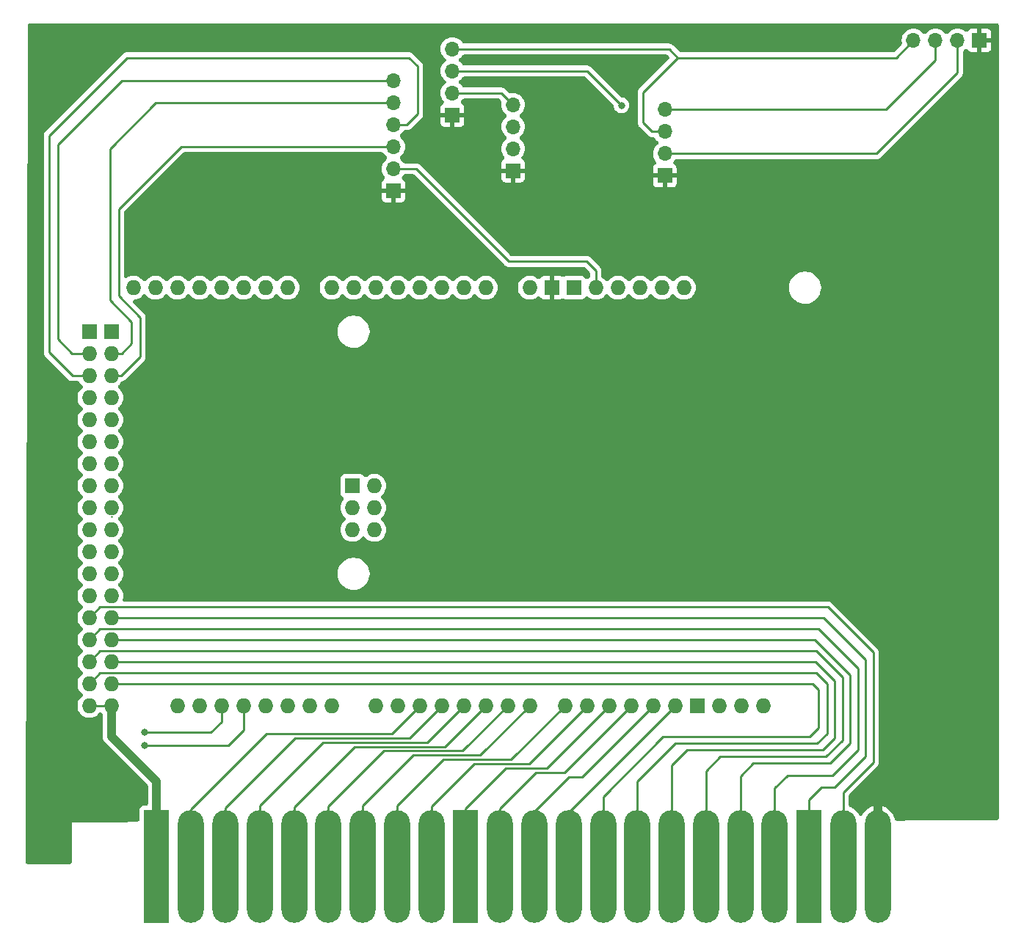
<source format=gbr>
%TF.GenerationSoftware,KiCad,Pcbnew,8.0.0*%
%TF.CreationDate,2024-03-04T10:44:03-06:00*%
%TF.ProjectId,controlSemaforicoMEga,636f6e74-726f-46c5-9365-6d61666f7269,rev?*%
%TF.SameCoordinates,PX4ef7d2aPY852b4f0*%
%TF.FileFunction,Copper,L1,Top*%
%TF.FilePolarity,Positive*%
%FSLAX46Y46*%
G04 Gerber Fmt 4.6, Leading zero omitted, Abs format (unit mm)*
G04 Created by KiCad (PCBNEW 8.0.0) date 2024-03-04 10:44:03*
%MOMM*%
%LPD*%
G01*
G04 APERTURE LIST*
%TA.AperFunction,ComponentPad*%
%ADD10O,1.727200X1.727200*%
%TD*%
%TA.AperFunction,ComponentPad*%
%ADD11R,1.727200X1.727200*%
%TD*%
%TA.AperFunction,ComponentPad*%
%ADD12R,1.700000X1.700000*%
%TD*%
%TA.AperFunction,ComponentPad*%
%ADD13O,1.700000X1.700000*%
%TD*%
%TA.AperFunction,SMDPad,CuDef*%
%ADD14R,3.000000X13.000000*%
%TD*%
%TA.AperFunction,SMDPad,CuDef*%
%ADD15O,3.000000X13.000000*%
%TD*%
%TA.AperFunction,ViaPad*%
%ADD16C,0.800000*%
%TD*%
%TA.AperFunction,Conductor*%
%ADD17C,1.000000*%
%TD*%
%TA.AperFunction,Conductor*%
%ADD18C,0.250000*%
%TD*%
%TA.AperFunction,Conductor*%
%ADD19C,0.800000*%
%TD*%
G04 APERTURE END LIST*
D10*
%TO.P,A1,*%
%TO.N,*%
X76707990Y67460000D03*
%TO.P,A1,3V3,3.3V*%
%TO.N,unconnected-(A1-3.3V-Pad3V3)*%
X69087990Y67460000D03*
%TO.P,A1,5V1,5V*%
%TO.N,VCC*%
X66547990Y67460000D03*
%TO.P,A1,5V2,SPI_5V*%
%TO.N,unconnected-(A1-SPI_5V-Pad5V2)*%
X38480990Y39520000D03*
%TO.P,A1,5V3,5V*%
%TO.N,VCC*%
X10667990Y19200000D03*
%TO.P,A1,5V4,5V*%
X8127990Y19200000D03*
%TO.P,A1,A0,A0*%
%TO.N,unconnected-(A1-PadA0)*%
X53847990Y67460000D03*
%TO.P,A1,A1,A1*%
%TO.N,unconnected-(A1-PadA1)*%
X51307990Y67460000D03*
%TO.P,A1,A2,A2*%
%TO.N,unconnected-(A1-PadA2)*%
X48767990Y67460000D03*
%TO.P,A1,A3,A3*%
%TO.N,unconnected-(A1-PadA3)*%
X46227990Y67460000D03*
%TO.P,A1,A4,A4*%
%TO.N,unconnected-(A1-PadA4)*%
X43687990Y67460000D03*
%TO.P,A1,A5,A5*%
%TO.N,unconnected-(A1-PadA5)*%
X41147990Y67460000D03*
%TO.P,A1,A6,A6*%
%TO.N,unconnected-(A1-PadA6)*%
X38607990Y67460000D03*
%TO.P,A1,A7,A7*%
%TO.N,unconnected-(A1-PadA7)*%
X36067990Y67460000D03*
%TO.P,A1,A8,A8*%
%TO.N,unconnected-(A1-PadA8)*%
X30987990Y67460000D03*
%TO.P,A1,A9,A9*%
%TO.N,unconnected-(A1-PadA9)*%
X28447990Y67460000D03*
%TO.P,A1,A10,A10*%
%TO.N,unconnected-(A1-PadA10)*%
X25907990Y67460000D03*
%TO.P,A1,A11,A11*%
%TO.N,unconnected-(A1-PadA11)*%
X23367990Y67460000D03*
%TO.P,A1,A12,A12*%
%TO.N,unconnected-(A1-PadA12)*%
X20827990Y67460000D03*
%TO.P,A1,A13,A13*%
%TO.N,unconnected-(A1-PadA13)*%
X18287990Y67460000D03*
%TO.P,A1,A14,A14*%
%TO.N,unconnected-(A1-PadA14)*%
X15747990Y67460000D03*
%TO.P,A1,A15,A15*%
%TO.N,unconnected-(A1-PadA15)*%
X13207990Y67460000D03*
%TO.P,A1,AREF,AREF*%
%TO.N,unconnected-(A1-PadAREF)*%
X80771990Y19200000D03*
%TO.P,A1,D0,D0/RX0*%
%TO.N,unconnected-(A1-D0{slash}RX0-PadD0)*%
X41147990Y19200000D03*
%TO.P,A1,D1,D1/TX0*%
%TO.N,unconnected-(A1-D1{slash}TX0-PadD1)*%
X43687990Y19200000D03*
%TO.P,A1,D2,D2_INT0*%
%TO.N,Net-(A1-D2_INT0)*%
X46227990Y19200000D03*
%TO.P,A1,D3,D3_INT1*%
%TO.N,Net-(A1-D3_INT1)*%
X48767990Y19200000D03*
%TO.P,A1,D4,D4*%
%TO.N,Net-(J2-Pin_4)*%
X51307990Y19200000D03*
%TO.P,A1,D5,D5*%
%TO.N,Net-(J2-Pin_5)*%
X53847990Y19200000D03*
%TO.P,A1,D6,D6*%
%TO.N,Net-(J2-Pin_6)*%
X56387990Y19200000D03*
%TO.P,A1,D7,D7*%
%TO.N,Net-(J2-Pin_7)*%
X58927990Y19200000D03*
%TO.P,A1,D8,D8*%
%TO.N,Net-(J2-Pin_8)*%
X62991990Y19200000D03*
%TO.P,A1,D9,D9*%
%TO.N,Net-(J2-Pin_9)*%
X65531990Y19200000D03*
%TO.P,A1,D10,D10*%
%TO.N,Net-(J2-Pin_10)*%
X68071990Y19200000D03*
%TO.P,A1,D11,D11*%
%TO.N,Net-(J2-Pin_11)*%
X70611990Y19200000D03*
%TO.P,A1,D12,D12*%
%TO.N,Net-(J2-Pin_12)*%
X73151990Y19200000D03*
%TO.P,A1,D13,D13*%
%TO.N,Net-(J2-Pin_13)*%
X75691990Y19200000D03*
%TO.P,A1,D14,D14/TX3*%
%TO.N,unconnected-(A1-D14{slash}TX3-PadD14)*%
X36067990Y19200000D03*
%TO.P,A1,D15,D15/RX3*%
%TO.N,unconnected-(A1-D15{slash}RX3-PadD15)*%
X33527990Y19200000D03*
%TO.P,A1,D16,D16/TX2*%
%TO.N,unconnected-(A1-D16{slash}TX2-PadD16)*%
X30987990Y19200000D03*
%TO.P,A1,D17,D17/RX2*%
%TO.N,unconnected-(A1-D17{slash}RX2-PadD17)*%
X28447990Y19200000D03*
%TO.P,A1,D18,D18/TX1*%
%TO.N,Net-(A1-D18{slash}TX1)*%
X25907990Y19200000D03*
%TO.P,A1,D19,D19/RX1*%
%TO.N,Net-(A1-D19{slash}RX1)*%
X23367990Y19200000D03*
%TO.P,A1,D20,D20/SDA*%
%TO.N,unconnected-(A1-D20{slash}SDA-PadD20)*%
X20827990Y19200000D03*
%TO.P,A1,D21,D21/SCL*%
%TO.N,unconnected-(A1-D21{slash}SCL-PadD21)*%
X18287990Y19200000D03*
%TO.P,A1,D22,D22*%
%TO.N,Net-(J2-Pin_14)*%
X10667990Y21740000D03*
%TO.P,A1,D23,D23*%
%TO.N,Net-(J2-Pin_15)*%
X8127990Y21740000D03*
%TO.P,A1,D24,D24*%
%TO.N,Net-(J2-Pin_16)*%
X10667990Y24280000D03*
%TO.P,A1,D25,D25*%
%TO.N,Net-(J2-Pin_17)*%
X8127990Y24280000D03*
%TO.P,A1,D26,D26*%
%TO.N,Net-(J2-Pin_18)*%
X10667990Y26820000D03*
%TO.P,A1,D27,D27*%
%TO.N,Net-(J2-Pin_19)*%
X8127990Y26820000D03*
%TO.P,A1,D28,D28*%
%TO.N,Net-(J2-Pin_20)*%
X10667990Y29360000D03*
%TO.P,A1,D29,D29*%
%TO.N,Net-(J2-Pin_21)*%
X8127990Y29360000D03*
%TO.P,A1,D30,D30*%
%TO.N,Net-(J2-Pin_23)*%
X10667990Y31900000D03*
%TO.P,A1,D31,D31*%
%TO.N,Net-(J2-Pin_24)*%
X8127990Y31900000D03*
%TO.P,A1,D32,D32*%
%TO.N,Net-(J2-Pin_25)*%
X10667990Y34440000D03*
%TO.P,A1,D33,D33*%
%TO.N,Net-(J2-Pin_26)*%
X8127990Y34440000D03*
%TO.P,A1,D34,D34*%
%TO.N,Net-(J2-Pin_27)*%
X10667990Y36980000D03*
%TO.P,A1,D35,D35*%
%TO.N,Net-(J2-Pin_28)*%
X8127990Y36980000D03*
%TO.P,A1,D36,D36*%
%TO.N,Net-(J2-Pin_29)*%
X10667990Y39520000D03*
%TO.P,A1,D37,D37*%
%TO.N,Net-(J2-Pin_30)*%
X8127990Y39520000D03*
%TO.P,A1,D38,D38*%
%TO.N,Net-(J2-Pin_31)*%
X10667990Y42060000D03*
%TO.P,A1,D39,D39*%
%TO.N,Net-(J2-Pin_32)*%
X8127990Y42060000D03*
%TO.P,A1,D40,D40*%
%TO.N,Net-(J2-Pin_33)*%
X10667990Y44600000D03*
%TO.P,A1,D41,D41*%
%TO.N,Net-(J2-Pin_34)*%
X8127990Y44600000D03*
%TO.P,A1,D42,D42*%
%TO.N,unconnected-(A1-PadD42)*%
X10667990Y47140000D03*
%TO.P,A1,D43,D43*%
%TO.N,unconnected-(A1-PadD43)*%
X8127990Y47140000D03*
%TO.P,A1,D44,D44*%
%TO.N,unconnected-(A1-PadD44)*%
X10667990Y49680000D03*
%TO.P,A1,D45,D45*%
%TO.N,unconnected-(A1-PadD45)*%
X8127990Y49680000D03*
%TO.P,A1,D46,D46*%
%TO.N,unconnected-(A1-PadD46)*%
X10667990Y52220000D03*
%TO.P,A1,D47,D47*%
%TO.N,unconnected-(A1-PadD47)*%
X8127990Y52220000D03*
%TO.P,A1,D48,D48*%
%TO.N,unconnected-(A1-PadD48)*%
X10667990Y54760000D03*
%TO.P,A1,D49,D49*%
%TO.N,unconnected-(A1-PadD49)*%
X8127990Y54760000D03*
%TO.P,A1,D50,D50_MISO*%
%TO.N,Net-(A1-D50_MISO)*%
X10667990Y57300000D03*
%TO.P,A1,D51,D51_MOSI*%
%TO.N,Net-(A1-D51_MOSI)*%
X8127990Y57300000D03*
%TO.P,A1,D52,D52_SCK*%
%TO.N,Net-(A1-D52_SCK)*%
X10667990Y59840000D03*
%TO.P,A1,D53,D53_CS*%
%TO.N,Net-(A1-D53_CS)*%
X8127990Y59840000D03*
D11*
%TO.P,A1,GND1,GND*%
%TO.N,unconnected-(A1-GND-PadGND1)*%
X78231990Y19200000D03*
%TO.P,A1,GND2,GND*%
%TO.N,unconnected-(A1-GND-PadGND2)*%
X64007990Y67460000D03*
%TO.P,A1,GND3,GND*%
%TO.N,GND*%
X61467990Y67460000D03*
%TO.P,A1,GND4,SPI_GND*%
%TO.N,unconnected-(A1-SPI_GND-PadGND4)*%
X38480990Y44600000D03*
%TO.P,A1,GND5,GND*%
%TO.N,unconnected-(A1-GND-PadGND5)*%
X10667990Y62380000D03*
%TO.P,A1,GND6,GND*%
%TO.N,unconnected-(A1-GND-PadGND6)*%
X8127990Y62380000D03*
D10*
%TO.P,A1,IORF,IOREF*%
%TO.N,unconnected-(A1-IOREF-PadIORF)*%
X74167990Y67460000D03*
%TO.P,A1,MISO,SPI_MISO*%
%TO.N,unconnected-(A1-SPI_MISO-PadMISO)*%
X41020990Y39520000D03*
%TO.P,A1,MOSI,SPI_MOSI*%
%TO.N,unconnected-(A1-SPI_MOSI-PadMOSI)*%
X38480990Y42060000D03*
%TO.P,A1,RST1,RESET*%
%TO.N,unconnected-(A1-RESET-PadRST1)*%
X71627990Y67460000D03*
%TO.P,A1,RST2,SPI_RESET*%
%TO.N,unconnected-(A1-SPI_RESET-PadRST2)*%
X41020990Y44600000D03*
%TO.P,A1,SCK,SPI_SCK*%
%TO.N,unconnected-(A1-SPI_SCK-PadSCK)*%
X41020990Y42060000D03*
%TO.P,A1,SCL,SCL*%
%TO.N,Net-(J4-Pin_4)*%
X85851990Y19200000D03*
%TO.P,A1,SDA,SDA*%
%TO.N,Net-(J4-Pin_3)*%
X83311990Y19200000D03*
%TO.P,A1,VIN,VIN*%
%TO.N,unconnected-(A1-PadVIN)*%
X58927990Y67460000D03*
%TD*%
D12*
%TO.P,J6,1,Pin_1*%
%TO.N,GND*%
X50000000Y87380000D03*
D13*
%TO.P,J6,2,Pin_2*%
%TO.N,VCC*%
X50000000Y89920000D03*
%TO.P,J6,3,Pin_3*%
%TO.N,Net-(J4-Pin_4)*%
X50000000Y92460000D03*
%TO.P,J6,4,Pin_4*%
%TO.N,Net-(J4-Pin_3)*%
X50000000Y95000000D03*
%TD*%
D12*
%TO.P,J1,1,Pin_1*%
%TO.N,GND*%
X43195990Y78638000D03*
D13*
%TO.P,J1,2,Pin_2*%
%TO.N,VCC*%
X43195990Y81178000D03*
%TO.P,J1,3,Pin_3*%
%TO.N,Net-(A1-D50_MISO)*%
X43195990Y83718000D03*
%TO.P,J1,4,Pin_4*%
%TO.N,Net-(A1-D51_MOSI)*%
X43195990Y86258000D03*
%TO.P,J1,5,Pin_5*%
%TO.N,Net-(A1-D52_SCK)*%
X43195990Y88798000D03*
%TO.P,J1,6,Pin_6*%
%TO.N,Net-(A1-D53_CS)*%
X43195990Y91338000D03*
%TD*%
D12*
%TO.P,J5,1,Pin_1*%
%TO.N,GND*%
X110800000Y96000000D03*
D13*
%TO.P,J5,2,Pin_2*%
%TO.N,VCC*%
X108260000Y96000000D03*
%TO.P,J5,3,Pin_3*%
%TO.N,Net-(J4-Pin_4)*%
X105720000Y96000000D03*
%TO.P,J5,4,Pin_4*%
%TO.N,Net-(J4-Pin_3)*%
X103180000Y96000000D03*
%TD*%
D14*
%TO.P,J2,1,Pin_1*%
%TO.N,VCC*%
X15900000Y700000D03*
D15*
%TO.P,J2,2,Pin_2*%
%TO.N,Net-(A1-D2_INT0)*%
X19860000Y700000D03*
%TO.P,J2,3,Pin_3*%
%TO.N,Net-(A1-D3_INT1)*%
X23820000Y700000D03*
%TO.P,J2,4,Pin_4*%
%TO.N,Net-(J2-Pin_4)*%
X27780000Y700000D03*
%TO.P,J2,5,Pin_5*%
%TO.N,Net-(J2-Pin_5)*%
X31740000Y700000D03*
%TO.P,J2,6,Pin_6*%
%TO.N,Net-(J2-Pin_6)*%
X35700000Y700000D03*
%TO.P,J2,7,Pin_7*%
%TO.N,Net-(J2-Pin_7)*%
X39660000Y700000D03*
%TO.P,J2,8,Pin_8*%
%TO.N,Net-(J2-Pin_8)*%
X43620000Y700000D03*
%TO.P,J2,9,Pin_9*%
%TO.N,Net-(J2-Pin_9)*%
X47580000Y700000D03*
D14*
%TO.P,J2,10,Pin_10*%
%TO.N,Net-(J2-Pin_10)*%
X51540000Y700000D03*
D15*
%TO.P,J2,11,Pin_11*%
%TO.N,Net-(J2-Pin_11)*%
X55500000Y700000D03*
%TO.P,J2,12,Pin_12*%
%TO.N,Net-(J2-Pin_12)*%
X59460000Y700000D03*
%TO.P,J2,13,Pin_13*%
%TO.N,Net-(J2-Pin_13)*%
X63420000Y700000D03*
%TO.P,J2,14,Pin_14*%
%TO.N,Net-(J2-Pin_14)*%
X67379990Y700000D03*
%TO.P,J2,15,Pin_15*%
%TO.N,Net-(J2-Pin_15)*%
X71339990Y700000D03*
%TO.P,J2,16,Pin_16*%
%TO.N,Net-(J2-Pin_16)*%
X75299990Y700000D03*
%TO.P,J2,17,Pin_17*%
%TO.N,Net-(J2-Pin_17)*%
X79259990Y700000D03*
%TO.P,J2,18,Pin_18*%
%TO.N,Net-(J2-Pin_18)*%
X83219990Y700000D03*
%TO.P,J2,19,Pin_19*%
%TO.N,Net-(J2-Pin_19)*%
X87179990Y700000D03*
D14*
%TO.P,J2,20,Pin_20*%
%TO.N,Net-(J2-Pin_20)*%
X91139990Y700000D03*
D15*
%TO.P,J2,21,Pin_21*%
%TO.N,Net-(J2-Pin_21)*%
X95099990Y700000D03*
%TO.P,J2,22,Pin_22*%
%TO.N,GND*%
X99059990Y700000D03*
%TD*%
D12*
%TO.P,J3,1,Pin_1*%
%TO.N,GND*%
X57000000Y80960000D03*
D13*
%TO.P,J3,2,Pin_2*%
%TO.N,Net-(A1-D19{slash}RX1)*%
X57000000Y83500000D03*
%TO.P,J3,3,Pin_3*%
%TO.N,Net-(A1-D18{slash}TX1)*%
X57000000Y86040000D03*
%TO.P,J3,4,Pin_4*%
%TO.N,VCC*%
X57000000Y88580000D03*
%TD*%
D12*
%TO.P,J4,1,Pin_1*%
%TO.N,GND*%
X74500000Y80380000D03*
D13*
%TO.P,J4,2,Pin_2*%
%TO.N,VCC*%
X74500000Y82920000D03*
%TO.P,J4,3,Pin_3*%
%TO.N,Net-(J4-Pin_3)*%
X74500000Y85460000D03*
%TO.P,J4,4,Pin_4*%
%TO.N,Net-(J4-Pin_4)*%
X74500000Y88000000D03*
%TD*%
D16*
%TO.N,Net-(A1-D19{slash}RX1)*%
X14500000Y16138000D03*
%TO.N,Net-(A1-D18{slash}TX1)*%
X14500000Y14638000D03*
%TO.N,Net-(J4-Pin_4)*%
X69500000Y88500000D03*
%TD*%
D17*
%TO.N,VCC*%
X15900000Y10453990D02*
X15900000Y700000D01*
D18*
X56500000Y70500000D02*
X65500000Y70500000D01*
X66547990Y69452010D02*
X66547990Y67460000D01*
D17*
X10667990Y15686000D02*
X15900000Y10453990D01*
D18*
X55660000Y89920000D02*
X57000000Y88580000D01*
X50000000Y89920000D02*
X55660000Y89920000D01*
D17*
X10667990Y15686000D02*
X10667990Y19200000D01*
D18*
X65500000Y70500000D02*
X66547990Y69452010D01*
X45822000Y81178000D02*
X56500000Y70500000D01*
X43195990Y81178000D02*
X45500000Y81178000D01*
X45678000Y81178000D02*
X45500000Y81178000D01*
X8127990Y19200000D02*
X10667990Y19200000D01*
X108260000Y92260000D02*
X108260000Y96000000D01*
D17*
X15900000Y700000D02*
X15900000Y6389600D01*
D18*
X98920000Y82920000D02*
X108260000Y92260000D01*
X74500000Y82920000D02*
X98920000Y82920000D01*
X45500000Y81178000D02*
X45822000Y81178000D01*
%TO.N,Net-(A1-D2_INT0)*%
X19860000Y296000D02*
X19964000Y192000D01*
X43027990Y16000000D02*
X28573000Y16000000D01*
X19860000Y7287000D02*
X19860000Y700000D01*
X28573000Y16000000D02*
X19860000Y7287000D01*
X46227990Y19200000D02*
X43027990Y16000000D01*
X19860000Y700000D02*
X19860000Y296000D01*
%TO.N,Net-(A1-D3_INT1)*%
X48767990Y19200000D02*
X45067990Y15500000D01*
X23820000Y7437000D02*
X23820000Y700000D01*
X31883000Y15500000D02*
X23820000Y7437000D01*
X45067990Y15500000D02*
X31883000Y15500000D01*
%TO.N,Net-(A1-D19{slash}RX1)*%
X22138000Y16138000D02*
X14500000Y16138000D01*
X23367990Y19200000D02*
X23367990Y17367990D01*
X23367990Y17367990D02*
X22138000Y16138000D01*
%TO.N,Net-(A1-D18{slash}TX1)*%
X25907990Y16407990D02*
X24138000Y14638000D01*
X25907990Y19200000D02*
X25907990Y16407990D01*
X24138000Y14638000D02*
X14500000Y14638000D01*
%TO.N,Net-(J2-Pin_4)*%
X47107990Y15000000D02*
X35066000Y15000000D01*
X51307990Y19200000D02*
X47107990Y15000000D01*
X35066000Y15000000D02*
X27780000Y7714000D01*
X27780000Y7714000D02*
X27780000Y700000D01*
%TO.N,Net-(J2-Pin_5)*%
X31740000Y7483000D02*
X31740000Y700000D01*
X53847990Y19200000D02*
X49147990Y14500000D01*
X38757000Y14500000D02*
X31740000Y7483000D01*
X49147990Y14500000D02*
X38757000Y14500000D01*
%TO.N,Net-(J2-Pin_6)*%
X51187990Y14000000D02*
X42067000Y14000000D01*
X42067000Y14000000D02*
X35700000Y7633000D01*
X56387990Y19200000D02*
X51187990Y14000000D01*
X35700000Y7633000D02*
X35700000Y700000D01*
%TO.N,Net-(J2-Pin_7)*%
X45504000Y13500000D02*
X39660000Y7656000D01*
X53227990Y13500000D02*
X45504000Y13500000D01*
X39660000Y7656000D02*
X39660000Y700000D01*
X58927990Y19200000D02*
X53227990Y13500000D01*
%TO.N,Net-(J2-Pin_8)*%
X43620000Y7679000D02*
X43620000Y700000D01*
X56791990Y13000000D02*
X48941000Y13000000D01*
X62991990Y19200000D02*
X56791990Y13000000D01*
X48941000Y13000000D02*
X43620000Y7679000D01*
%TO.N,Net-(J2-Pin_9)*%
X58831990Y12500000D02*
X52505000Y12500000D01*
X47580000Y7575000D02*
X47580000Y700000D01*
X52505000Y12500000D02*
X47580000Y7575000D01*
X65531990Y19200000D02*
X58831990Y12500000D01*
%TO.N,Net-(J2-Pin_10)*%
X51169990Y1070010D02*
X51540000Y700000D01*
X60871990Y12000000D02*
X56196000Y12000000D01*
X56196000Y12000000D02*
X51540000Y7344000D01*
X51540000Y7344000D02*
X51540000Y700000D01*
X68071990Y19200000D02*
X60871990Y12000000D01*
%TO.N,Net-(J2-Pin_11)*%
X62911990Y11500000D02*
X59633000Y11500000D01*
X59633000Y11500000D02*
X55500000Y7367000D01*
X70611990Y19200000D02*
X62911990Y11500000D01*
X55500000Y7367000D02*
X55500000Y700000D01*
%TO.N,Net-(J2-Pin_12)*%
X60059990Y1299990D02*
X59460000Y700000D01*
X59424990Y735010D02*
X59460000Y700000D01*
D19*
X60096000Y1336000D02*
X59460000Y700000D01*
D18*
X59460000Y7009000D02*
X59460000Y700000D01*
X73151990Y19200000D02*
X64951990Y11000000D01*
X64951990Y11000000D02*
X63451000Y11000000D01*
X63451000Y11000000D02*
X59460000Y7009000D01*
%TO.N,Net-(J2-Pin_13)*%
X75691990Y19200000D02*
X63420000Y6928010D01*
X63420000Y6928010D02*
X63420000Y700000D01*
%TO.N,Net-(J2-Pin_14)*%
X92202000Y21082000D02*
X92202000Y16637000D01*
X10667990Y21740000D02*
X91544000Y21740000D01*
X92202000Y16637000D02*
X91186000Y15621000D01*
X91544000Y21740000D02*
X92202000Y21082000D01*
X74295000Y15621000D02*
X67379990Y8705990D01*
X91186000Y15621000D02*
X74295000Y15621000D01*
X67379990Y8705990D02*
X67379990Y700000D01*
%TO.N,Net-(J2-Pin_15)*%
X71339990Y10506990D02*
X71339990Y700000D01*
X92075000Y14859000D02*
X75692000Y14859000D01*
X93218000Y21717000D02*
X93218000Y16002000D01*
X8127990Y21740000D02*
X9366590Y22978600D01*
X93218000Y16002000D02*
X92075000Y14859000D01*
X9366590Y22978600D02*
X91956400Y22978600D01*
X75692000Y14859000D02*
X71339990Y10506990D01*
X91956400Y22978600D02*
X93218000Y21717000D01*
%TO.N,Net-(J2-Pin_16)*%
X91925000Y24280000D02*
X94107000Y22098000D01*
X77089000Y14097000D02*
X75299990Y12307990D01*
X75299990Y12307990D02*
X75299990Y700000D01*
X10667990Y24280000D02*
X91925000Y24280000D01*
X92710000Y14097000D02*
X77089000Y14097000D01*
X94107000Y15494000D02*
X92710000Y14097000D01*
X94107000Y22098000D02*
X94107000Y15494000D01*
%TO.N,Net-(J2-Pin_17)*%
X9366590Y25518600D02*
X91956400Y25518600D01*
X94996000Y15240000D02*
X93091000Y13335000D01*
X91956400Y25518600D02*
X94996000Y22479000D01*
X79259990Y11695990D02*
X79259990Y700000D01*
X93091000Y13335000D02*
X80899000Y13335000D01*
X8127990Y24280000D02*
X9366590Y25518600D01*
X80899000Y13335000D02*
X79259990Y11695990D01*
X94996000Y22479000D02*
X94996000Y15240000D01*
%TO.N,Net-(A1-D51_MOSI)*%
X46000000Y87500000D02*
X46000000Y93000000D01*
X12500000Y94000000D02*
X3500000Y85000000D01*
X43195990Y86258000D02*
X44758000Y86258000D01*
X44758000Y86258000D02*
X46000000Y87500000D01*
X3500000Y85000000D02*
X3500000Y60000000D01*
X3500000Y60000000D02*
X6200000Y57300000D01*
X6200000Y57300000D02*
X8127990Y57300000D01*
X45000000Y94000000D02*
X12500000Y94000000D01*
X46000000Y93000000D02*
X45000000Y94000000D01*
%TO.N,Net-(A1-D50_MISO)*%
X14000000Y64000000D02*
X14000000Y59500000D01*
X11500000Y76500000D02*
X11500000Y66500000D01*
X43195990Y83718000D02*
X18718000Y83718000D01*
X14000000Y59500000D02*
X11800000Y57300000D01*
X11500000Y66500000D02*
X14000000Y64000000D01*
X18718000Y83718000D02*
X11500000Y76500000D01*
X11800000Y57300000D02*
X10667990Y57300000D01*
%TO.N,Net-(A1-D53_CS)*%
X43195990Y91338000D02*
X11838000Y91338000D01*
X11838000Y91338000D02*
X4500000Y84000000D01*
X4500000Y84000000D02*
X4500000Y61500000D01*
X4500000Y61500000D02*
X6160000Y59840000D01*
X6160000Y59840000D02*
X8127990Y59840000D01*
%TO.N,Net-(A1-D52_SCK)*%
X13000000Y63500000D02*
X13000000Y61000000D01*
X13000000Y61000000D02*
X11840000Y59840000D01*
X10500000Y66000000D02*
X13000000Y63500000D01*
X10500000Y83500000D02*
X10500000Y66000000D01*
X11840000Y59840000D02*
X10667990Y59840000D01*
X43195990Y88798000D02*
X15798000Y88798000D01*
X15798000Y88798000D02*
X10500000Y83500000D01*
D17*
%TO.N,GND*%
X99059990Y700000D02*
X99059990Y9270990D01*
D18*
%TO.N,Net-(J2-Pin_18)*%
X91798000Y26820000D02*
X95885000Y22733000D01*
X83219990Y11083990D02*
X83219990Y700000D01*
X84709000Y12573000D02*
X83219990Y11083990D01*
X10667990Y26820000D02*
X91798000Y26820000D01*
X95885000Y22733000D02*
X95885000Y14859000D01*
X95885000Y14859000D02*
X93599000Y12573000D01*
X93599000Y12573000D02*
X84709000Y12573000D01*
%TO.N,Net-(J2-Pin_19)*%
X8127990Y26820000D02*
X9366590Y28058600D01*
X9366590Y28058600D02*
X92210400Y28058600D01*
X88646000Y11176000D02*
X87179990Y9709990D01*
X96774000Y14097000D02*
X93853000Y11176000D01*
X93853000Y11176000D02*
X88646000Y11176000D01*
X92210400Y28058600D02*
X96774000Y23495000D01*
X87179990Y9709990D02*
X87179990Y700000D01*
X96774000Y23495000D02*
X96774000Y14097000D01*
%TO.N,Net-(J2-Pin_20)*%
X97663000Y13335000D02*
X94107000Y9779000D01*
X92814000Y29360000D02*
X97663000Y24511000D01*
X97663000Y24511000D02*
X97663000Y13335000D01*
X91139990Y8335990D02*
X91139990Y700000D01*
X94107000Y9779000D02*
X92583000Y9779000D01*
X10667990Y29360000D02*
X92814000Y29360000D01*
X92583000Y9779000D02*
X91139990Y8335990D01*
%TO.N,Net-(J2-Pin_21)*%
X95099990Y9247990D02*
X95099990Y700000D01*
X98552000Y25400000D02*
X98552000Y12700000D01*
X98552000Y12700000D02*
X95099990Y9247990D01*
X9366590Y30598600D02*
X93353400Y30598600D01*
X93353400Y30598600D02*
X98552000Y25400000D01*
X8127990Y29360000D02*
X9366590Y30598600D01*
%TO.N,Net-(J2-Pin_31)*%
X10687990Y41066000D02*
X10667990Y41086000D01*
%TO.N,Net-(J4-Pin_3)*%
X72250000Y90250000D02*
X72000000Y90000000D01*
X75000000Y95000000D02*
X76000000Y94000000D01*
X50000000Y95000000D02*
X75000000Y95000000D01*
X76000000Y94000000D02*
X72250000Y90250000D01*
X72000000Y90000000D02*
X72000000Y86500000D01*
X103180000Y96000000D02*
X101180000Y94000000D01*
X72000000Y86500000D02*
X73040000Y85460000D01*
X101180000Y94000000D02*
X76000000Y94000000D01*
X73040000Y85460000D02*
X74500000Y85460000D01*
%TO.N,Net-(J4-Pin_4)*%
X100000000Y88000000D02*
X105720000Y93720000D01*
X74500000Y88000000D02*
X100000000Y88000000D01*
X50000000Y92460000D02*
X65540000Y92460000D01*
X65540000Y92460000D02*
X69500000Y88500000D01*
X105720000Y93720000D02*
X105720000Y96000000D01*
%TD*%
%TA.AperFunction,Conductor*%
%TO.N,GND*%
G36*
X112876278Y97963046D02*
G01*
X112957060Y97909070D01*
X113011036Y97828288D01*
X113029990Y97733000D01*
X113029990Y6283000D01*
X113011036Y6187712D01*
X112957060Y6106930D01*
X112876278Y6052954D01*
X112780990Y6034000D01*
X103123956Y6034000D01*
X101269474Y5941275D01*
X101173359Y5955447D01*
X101089983Y6005322D01*
X101032039Y6083307D01*
X101016524Y6125519D01*
X100957915Y6344254D01*
X100857579Y6586484D01*
X100726502Y6813515D01*
X100566893Y7021524D01*
X100381513Y7206904D01*
X100173504Y7366513D01*
X100173504Y7366514D01*
X99946473Y7497590D01*
X99704243Y7597926D01*
X99451002Y7665780D01*
X99451004Y7665780D01*
X99191078Y7700000D01*
X98928902Y7700000D01*
X98668976Y7665780D01*
X98415736Y7597926D01*
X98173506Y7497590D01*
X97946475Y7366514D01*
X97946475Y7366513D01*
X97738466Y7206904D01*
X97553086Y7021524D01*
X97393479Y6813518D01*
X97295918Y6644538D01*
X97231859Y6571493D01*
X97144723Y6528523D01*
X97047776Y6522169D01*
X96955777Y6553399D01*
X96882732Y6617458D01*
X96864640Y6644535D01*
X96766914Y6813803D01*
X96766910Y6813808D01*
X96766907Y6813813D01*
X96607276Y7021846D01*
X96607274Y7021848D01*
X96607272Y7021851D01*
X96421841Y7207282D01*
X96421836Y7207286D01*
X96421835Y7207287D01*
X96213802Y7366918D01*
X96213788Y7366927D01*
X96115033Y7423943D01*
X95986687Y7498043D01*
X95986685Y7498044D01*
X95986683Y7498045D01*
X95986676Y7498049D01*
X95879200Y7542567D01*
X95798419Y7596543D01*
X95744443Y7677325D01*
X95725490Y7772612D01*
X95725490Y8885760D01*
X95744444Y8981048D01*
X95798420Y9061830D01*
X97362090Y10625500D01*
X99037857Y12301266D01*
X99048737Y12317548D01*
X99106311Y12403714D01*
X99153463Y12517548D01*
X99177500Y12638394D01*
X99177500Y25326085D01*
X99177501Y25326106D01*
X99177501Y25461604D01*
X99173067Y25483897D01*
X99153910Y25580206D01*
X99153463Y25582452D01*
X99115498Y25674107D01*
X99106312Y25696285D01*
X99037858Y25798733D01*
X93839259Y30997331D01*
X93839258Y30997333D01*
X93752133Y31084458D01*
X93700909Y31118685D01*
X93700216Y31119148D01*
X93649688Y31152911D01*
X93649686Y31152912D01*
X93569192Y31186253D01*
X93569191Y31186254D01*
X93550954Y31193808D01*
X93535852Y31200063D01*
X93535849Y31200064D01*
X93535846Y31200065D01*
X93475432Y31212082D01*
X93415012Y31224100D01*
X93415007Y31224100D01*
X93415006Y31224100D01*
X12223903Y31224100D01*
X12128615Y31243054D01*
X12047833Y31297030D01*
X11993857Y31377812D01*
X11974903Y31473100D01*
X11982522Y31534226D01*
X12018097Y31674707D01*
X12036765Y31900000D01*
X12018097Y32125293D01*
X11962601Y32344441D01*
X11962599Y32344446D01*
X11962595Y32344456D01*
X11871798Y32551452D01*
X11871789Y32551470D01*
X11785241Y32683941D01*
X11748146Y32740719D01*
X11603304Y32898059D01*
X11595043Y32907033D01*
X11595040Y32907035D01*
X11595036Y32907040D01*
X11509638Y32973509D01*
X11446089Y33046989D01*
X11415494Y33139201D01*
X11422516Y33236102D01*
X11466086Y33322940D01*
X11509636Y33366491D01*
X11595036Y33432960D01*
X11748146Y33599281D01*
X11871792Y33788535D01*
X11962601Y33995559D01*
X12018097Y34214707D01*
X12026715Y34318713D01*
X36757490Y34318713D01*
X36789152Y34078210D01*
X36789153Y34078205D01*
X36851930Y33843918D01*
X36851938Y33843895D01*
X36944760Y33619799D01*
X36944768Y33619783D01*
X37066048Y33409721D01*
X37066054Y33409711D01*
X37213719Y33217269D01*
X37213728Y33217259D01*
X37385248Y33045739D01*
X37385258Y33045730D01*
X37422623Y33017059D01*
X37577701Y32898064D01*
X37577710Y32898059D01*
X37787772Y32776779D01*
X37787788Y32776771D01*
X37892265Y32733496D01*
X38011890Y32683946D01*
X38011901Y32683943D01*
X38011907Y32683941D01*
X38195011Y32634879D01*
X38246201Y32621162D01*
X38486702Y32589500D01*
X38729278Y32589500D01*
X38969779Y32621162D01*
X39145897Y32668353D01*
X39204072Y32683941D01*
X39204074Y32683942D01*
X39204090Y32683946D01*
X39355756Y32746769D01*
X39428191Y32776771D01*
X39428196Y32776774D01*
X39428202Y32776776D01*
X39638279Y32898064D01*
X39830728Y33045735D01*
X40002255Y33217262D01*
X40149926Y33409711D01*
X40271214Y33619788D01*
X40271740Y33621056D01*
X40341111Y33788535D01*
X40364044Y33843900D01*
X40426828Y34078211D01*
X40458490Y34318712D01*
X40458490Y34561288D01*
X40426828Y34801789D01*
X40364044Y35036100D01*
X40289433Y35216228D01*
X40271219Y35260202D01*
X40271211Y35260218D01*
X40149931Y35470280D01*
X40149925Y35470290D01*
X40002260Y35662732D01*
X40002251Y35662742D01*
X39830731Y35834262D01*
X39830721Y35834271D01*
X39638279Y35981936D01*
X39638269Y35981942D01*
X39428207Y36103222D01*
X39428191Y36103230D01*
X39204095Y36196052D01*
X39204093Y36196053D01*
X39204090Y36196054D01*
X39204086Y36196055D01*
X39204072Y36196060D01*
X38969785Y36258837D01*
X38969780Y36258838D01*
X38729278Y36290500D01*
X38486702Y36290500D01*
X38246199Y36258838D01*
X38246194Y36258837D01*
X38011907Y36196060D01*
X38011884Y36196052D01*
X37787788Y36103230D01*
X37787772Y36103222D01*
X37577710Y35981942D01*
X37577700Y35981936D01*
X37385258Y35834271D01*
X37385248Y35834262D01*
X37213728Y35662742D01*
X37213719Y35662732D01*
X37066054Y35470290D01*
X37066048Y35470280D01*
X36944768Y35260218D01*
X36944760Y35260202D01*
X36851938Y35036106D01*
X36851930Y35036083D01*
X36789153Y34801796D01*
X36789152Y34801791D01*
X36757490Y34561288D01*
X36757490Y34318713D01*
X12026715Y34318713D01*
X12036765Y34440000D01*
X12018097Y34665293D01*
X11962601Y34884441D01*
X11962599Y34884446D01*
X11962595Y34884456D01*
X11871798Y35091452D01*
X11871789Y35091470D01*
X11790280Y35216228D01*
X11748146Y35280719D01*
X11702213Y35330616D01*
X11595043Y35447033D01*
X11595040Y35447035D01*
X11595036Y35447040D01*
X11509638Y35513509D01*
X11446089Y35586989D01*
X11415494Y35679201D01*
X11422516Y35776102D01*
X11466086Y35862940D01*
X11509636Y35906491D01*
X11595036Y35972960D01*
X11748146Y36139281D01*
X11871792Y36328535D01*
X11962601Y36535559D01*
X12018097Y36754707D01*
X12036765Y36980000D01*
X12018097Y37205293D01*
X11962601Y37424441D01*
X11962599Y37424446D01*
X11962595Y37424456D01*
X11871798Y37631452D01*
X11871789Y37631470D01*
X11790280Y37756228D01*
X11748146Y37820719D01*
X11702213Y37870616D01*
X11595043Y37987033D01*
X11595040Y37987035D01*
X11595036Y37987040D01*
X11509638Y38053509D01*
X11446089Y38126989D01*
X11415494Y38219201D01*
X11422516Y38316102D01*
X11466086Y38402940D01*
X11509636Y38446491D01*
X11595036Y38512960D01*
X11748146Y38679281D01*
X11871792Y38868535D01*
X11962601Y39075559D01*
X12018097Y39294707D01*
X12036765Y39520000D01*
X37112215Y39520000D01*
X37130883Y39294706D01*
X37186380Y39075555D01*
X37186384Y39075545D01*
X37277181Y38868549D01*
X37277190Y38868531D01*
X37343754Y38766648D01*
X37400834Y38679281D01*
X37400836Y38679279D01*
X37553936Y38512968D01*
X37553940Y38512965D01*
X37553944Y38512960D01*
X37732341Y38374107D01*
X37931159Y38266512D01*
X38144976Y38193109D01*
X38367957Y38155900D01*
X38594023Y38155900D01*
X38817004Y38193109D01*
X39030821Y38266512D01*
X39229639Y38374107D01*
X39408036Y38512960D01*
X39561146Y38679281D01*
X39561146Y38679283D01*
X39567795Y38686504D01*
X39646277Y38743773D01*
X39740700Y38766648D01*
X39836690Y38751648D01*
X39919633Y38701056D01*
X39934185Y38686504D01*
X40093936Y38512968D01*
X40093940Y38512965D01*
X40093944Y38512960D01*
X40272341Y38374107D01*
X40471159Y38266512D01*
X40684976Y38193109D01*
X40907957Y38155900D01*
X41134023Y38155900D01*
X41357004Y38193109D01*
X41570821Y38266512D01*
X41769639Y38374107D01*
X41948036Y38512960D01*
X42101146Y38679281D01*
X42224792Y38868535D01*
X42315601Y39075559D01*
X42371097Y39294707D01*
X42389765Y39520000D01*
X42371097Y39745293D01*
X42315601Y39964441D01*
X42315599Y39964446D01*
X42315595Y39964456D01*
X42224798Y40171452D01*
X42224789Y40171470D01*
X42143280Y40296228D01*
X42101146Y40360719D01*
X42055213Y40410616D01*
X41948043Y40527033D01*
X41948040Y40527035D01*
X41948036Y40527040D01*
X41862638Y40593509D01*
X41799089Y40666989D01*
X41768494Y40759201D01*
X41775516Y40856102D01*
X41819086Y40942940D01*
X41862636Y40986491D01*
X41948036Y41052960D01*
X42101146Y41219281D01*
X42224792Y41408535D01*
X42315601Y41615559D01*
X42371097Y41834707D01*
X42389765Y42060000D01*
X42371097Y42285293D01*
X42315601Y42504441D01*
X42315599Y42504446D01*
X42315595Y42504456D01*
X42224798Y42711452D01*
X42224789Y42711470D01*
X42143280Y42836228D01*
X42101146Y42900719D01*
X41986213Y43025569D01*
X41948043Y43067033D01*
X41948040Y43067035D01*
X41948036Y43067040D01*
X41862638Y43133509D01*
X41799089Y43206989D01*
X41768494Y43299201D01*
X41775516Y43396102D01*
X41819086Y43482940D01*
X41862636Y43526491D01*
X41948036Y43592960D01*
X42101146Y43759281D01*
X42224792Y43948535D01*
X42315601Y44155559D01*
X42371097Y44374707D01*
X42389765Y44600000D01*
X42371097Y44825293D01*
X42315601Y45044441D01*
X42315599Y45044446D01*
X42315595Y45044456D01*
X42224798Y45251452D01*
X42224789Y45251470D01*
X42143280Y45376228D01*
X42101146Y45440719D01*
X41955967Y45598425D01*
X41948043Y45607033D01*
X41948038Y45607038D01*
X41948036Y45607040D01*
X41919796Y45629020D01*
X41862642Y45673505D01*
X41769639Y45745893D01*
X41630582Y45821147D01*
X41570820Y45853489D01*
X41357004Y45926891D01*
X41357001Y45926892D01*
X41134023Y45964100D01*
X40907957Y45964100D01*
X40684978Y45926892D01*
X40684975Y45926891D01*
X40471159Y45853489D01*
X40272342Y45745894D01*
X40147875Y45649017D01*
X40061037Y45605447D01*
X39964136Y45598425D01*
X39871924Y45629020D01*
X39798440Y45692574D01*
X39795602Y45696291D01*
X39788386Y45705930D01*
X39788386Y45705931D01*
X39702136Y45821146D01*
X39586921Y45907396D01*
X39506707Y45937314D01*
X39452071Y45957692D01*
X39392463Y45964100D01*
X37569524Y45964100D01*
X37569520Y45964100D01*
X37569518Y45964099D01*
X37556704Y45962722D01*
X37509909Y45957692D01*
X37509905Y45957691D01*
X37375060Y45907397D01*
X37259845Y45821147D01*
X37259843Y45821145D01*
X37173594Y45705931D01*
X37123298Y45571082D01*
X37116890Y45511477D01*
X37116890Y43688535D01*
X37116891Y43688531D01*
X37123298Y43628920D01*
X37123299Y43628916D01*
X37161500Y43526495D01*
X37173594Y43494069D01*
X37259844Y43378854D01*
X37375059Y43292604D01*
X37375060Y43292604D01*
X37383235Y43286484D01*
X37448157Y43214206D01*
X37480479Y43122585D01*
X37475278Y43025569D01*
X37433347Y42937928D01*
X37417212Y42918511D01*
X37400836Y42900722D01*
X37400831Y42900715D01*
X37277190Y42711470D01*
X37277181Y42711452D01*
X37186384Y42504456D01*
X37186380Y42504446D01*
X37130883Y42285295D01*
X37112215Y42060000D01*
X37130883Y41834706D01*
X37186380Y41615555D01*
X37186384Y41615545D01*
X37277181Y41408549D01*
X37277190Y41408531D01*
X37343754Y41306648D01*
X37400834Y41219281D01*
X37400836Y41219279D01*
X37553936Y41052968D01*
X37553939Y41052966D01*
X37553944Y41052960D01*
X37639338Y40986495D01*
X37702891Y40913010D01*
X37733485Y40820797D01*
X37726462Y40723897D01*
X37682892Y40637059D01*
X37639339Y40593507D01*
X37553953Y40527047D01*
X37553944Y40527040D01*
X37553936Y40527033D01*
X37400836Y40360722D01*
X37400831Y40360715D01*
X37277190Y40171470D01*
X37277181Y40171452D01*
X37186384Y39964456D01*
X37186380Y39964446D01*
X37130883Y39745295D01*
X37112215Y39520000D01*
X12036765Y39520000D01*
X12018097Y39745293D01*
X11962601Y39964441D01*
X11962599Y39964446D01*
X11962595Y39964456D01*
X11871798Y40171452D01*
X11871789Y40171470D01*
X11790280Y40296228D01*
X11748146Y40360719D01*
X11702213Y40410616D01*
X11595043Y40527033D01*
X11595040Y40527036D01*
X11595036Y40527040D01*
X11594554Y40527415D01*
X11509641Y40593507D01*
X11446088Y40666992D01*
X11415494Y40759204D01*
X11422517Y40856105D01*
X11466088Y40942942D01*
X11509636Y40986491D01*
X11595036Y41052960D01*
X11748146Y41219281D01*
X11871792Y41408535D01*
X11962601Y41615559D01*
X12018097Y41834707D01*
X12036765Y42060000D01*
X12018097Y42285293D01*
X11962601Y42504441D01*
X11962599Y42504446D01*
X11962595Y42504456D01*
X11871798Y42711452D01*
X11871789Y42711470D01*
X11790280Y42836228D01*
X11748146Y42900719D01*
X11633213Y43025569D01*
X11595043Y43067033D01*
X11595040Y43067035D01*
X11595036Y43067040D01*
X11509638Y43133509D01*
X11446089Y43206989D01*
X11415494Y43299201D01*
X11422516Y43396102D01*
X11466086Y43482940D01*
X11509636Y43526491D01*
X11595036Y43592960D01*
X11748146Y43759281D01*
X11871792Y43948535D01*
X11962601Y44155559D01*
X12018097Y44374707D01*
X12036765Y44600000D01*
X12018097Y44825293D01*
X11962601Y45044441D01*
X11962599Y45044446D01*
X11962595Y45044456D01*
X11871798Y45251452D01*
X11871789Y45251470D01*
X11790280Y45376228D01*
X11748146Y45440719D01*
X11602967Y45598425D01*
X11595043Y45607033D01*
X11595040Y45607035D01*
X11595036Y45607040D01*
X11509638Y45673509D01*
X11446089Y45746989D01*
X11415494Y45839201D01*
X11422516Y45936102D01*
X11466086Y46022940D01*
X11509636Y46066491D01*
X11595036Y46132960D01*
X11748146Y46299281D01*
X11871792Y46488535D01*
X11962601Y46695559D01*
X12018097Y46914707D01*
X12036765Y47140000D01*
X12018097Y47365293D01*
X11962601Y47584441D01*
X11962599Y47584446D01*
X11962595Y47584456D01*
X11871798Y47791452D01*
X11871789Y47791470D01*
X11790280Y47916228D01*
X11748146Y47980719D01*
X11702213Y48030616D01*
X11595043Y48147033D01*
X11595040Y48147035D01*
X11595036Y48147040D01*
X11509638Y48213509D01*
X11446089Y48286989D01*
X11415494Y48379201D01*
X11422516Y48476102D01*
X11466086Y48562940D01*
X11509636Y48606491D01*
X11595036Y48672960D01*
X11748146Y48839281D01*
X11871792Y49028535D01*
X11962601Y49235559D01*
X12018097Y49454707D01*
X12036765Y49680000D01*
X12018097Y49905293D01*
X11962601Y50124441D01*
X11962599Y50124446D01*
X11962595Y50124456D01*
X11871798Y50331452D01*
X11871789Y50331470D01*
X11790280Y50456228D01*
X11748146Y50520719D01*
X11702213Y50570616D01*
X11595043Y50687033D01*
X11595040Y50687035D01*
X11595036Y50687040D01*
X11509638Y50753509D01*
X11446089Y50826989D01*
X11415494Y50919201D01*
X11422516Y51016102D01*
X11466086Y51102940D01*
X11509636Y51146491D01*
X11595036Y51212960D01*
X11748146Y51379281D01*
X11871792Y51568535D01*
X11962601Y51775559D01*
X12018097Y51994707D01*
X12036765Y52220000D01*
X12018097Y52445293D01*
X11962601Y52664441D01*
X11962599Y52664446D01*
X11962595Y52664456D01*
X11871798Y52871452D01*
X11871789Y52871470D01*
X11790280Y52996228D01*
X11748146Y53060719D01*
X11702213Y53110616D01*
X11595043Y53227033D01*
X11595040Y53227035D01*
X11595036Y53227040D01*
X11509638Y53293509D01*
X11446089Y53366989D01*
X11415494Y53459201D01*
X11422516Y53556102D01*
X11466086Y53642940D01*
X11509636Y53686491D01*
X11595036Y53752960D01*
X11748146Y53919281D01*
X11871792Y54108535D01*
X11962601Y54315559D01*
X12018097Y54534707D01*
X12036765Y54760000D01*
X12018097Y54985293D01*
X11962601Y55204441D01*
X11962599Y55204446D01*
X11962595Y55204456D01*
X11871798Y55411452D01*
X11871789Y55411470D01*
X11790280Y55536228D01*
X11748146Y55600719D01*
X11702213Y55650616D01*
X11595043Y55767033D01*
X11595040Y55767035D01*
X11595036Y55767040D01*
X11509638Y55833509D01*
X11446089Y55906989D01*
X11415494Y55999201D01*
X11422516Y56096102D01*
X11466086Y56182940D01*
X11509636Y56226491D01*
X11595036Y56292960D01*
X11748146Y56459281D01*
X11835660Y56593232D01*
X11903641Y56662633D01*
X11971843Y56695320D01*
X11982442Y56698536D01*
X11982452Y56698537D01*
X12015781Y56712344D01*
X12015792Y56712346D01*
X12015792Y56712348D01*
X12029607Y56718070D01*
X12096286Y56745688D01*
X12147509Y56779916D01*
X12198733Y56814142D01*
X12285858Y56901267D01*
X12285860Y56901271D01*
X14398729Y59014140D01*
X14398733Y59014142D01*
X14485858Y59101267D01*
X14512788Y59141570D01*
X14544170Y59188535D01*
X14554307Y59203707D01*
X14554307Y59203709D01*
X14554312Y59203715D01*
X14601463Y59317549D01*
X14625500Y59438393D01*
X14625500Y59561607D01*
X14625500Y62258713D01*
X36757490Y62258713D01*
X36789152Y62018210D01*
X36789153Y62018205D01*
X36851930Y61783918D01*
X36851938Y61783895D01*
X36944760Y61559799D01*
X36944768Y61559783D01*
X37066048Y61349721D01*
X37066054Y61349711D01*
X37213719Y61157269D01*
X37213728Y61157259D01*
X37385248Y60985739D01*
X37385258Y60985730D01*
X37493615Y60902585D01*
X37577701Y60838064D01*
X37577710Y60838059D01*
X37787772Y60716779D01*
X37787788Y60716771D01*
X37927848Y60658758D01*
X38011890Y60623946D01*
X38011901Y60623943D01*
X38011907Y60623941D01*
X38182208Y60578309D01*
X38246201Y60561162D01*
X38486702Y60529500D01*
X38729278Y60529500D01*
X38969779Y60561162D01*
X39184945Y60618816D01*
X39204072Y60623941D01*
X39204074Y60623942D01*
X39204090Y60623946D01*
X39355756Y60686769D01*
X39428191Y60716771D01*
X39428196Y60716774D01*
X39428202Y60716776D01*
X39638279Y60838064D01*
X39830728Y60985735D01*
X40002255Y61157262D01*
X40149926Y61349711D01*
X40271214Y61559788D01*
X40364044Y61783900D01*
X40426828Y62018211D01*
X40458490Y62258712D01*
X40458490Y62501288D01*
X40426828Y62741789D01*
X40364044Y62976100D01*
X40329232Y63060142D01*
X40271219Y63200202D01*
X40271211Y63200218D01*
X40149931Y63410280D01*
X40149925Y63410290D01*
X40002260Y63602732D01*
X40002251Y63602742D01*
X39830731Y63774262D01*
X39830721Y63774271D01*
X39638279Y63921936D01*
X39638269Y63921942D01*
X39428207Y64043222D01*
X39428191Y64043230D01*
X39204095Y64136052D01*
X39204093Y64136053D01*
X39204090Y64136054D01*
X39204086Y64136055D01*
X39204072Y64136060D01*
X38969785Y64198837D01*
X38969780Y64198838D01*
X38729278Y64230500D01*
X38486702Y64230500D01*
X38246199Y64198838D01*
X38246194Y64198837D01*
X38011907Y64136060D01*
X38011884Y64136052D01*
X37787788Y64043230D01*
X37787772Y64043222D01*
X37577710Y63921942D01*
X37577700Y63921936D01*
X37385258Y63774271D01*
X37385248Y63774262D01*
X37213728Y63602742D01*
X37213719Y63602732D01*
X37066054Y63410290D01*
X37066048Y63410280D01*
X36944768Y63200218D01*
X36944760Y63200202D01*
X36851938Y62976106D01*
X36851930Y62976083D01*
X36789153Y62741796D01*
X36789152Y62741791D01*
X36757490Y62501288D01*
X36757490Y62258713D01*
X14625500Y62258713D01*
X14625500Y64061606D01*
X14601463Y64182452D01*
X14581561Y64230500D01*
X14554312Y64296285D01*
X14537256Y64321810D01*
X14485858Y64398733D01*
X14398733Y64485858D01*
X14398729Y64485861D01*
X13206870Y65677720D01*
X13152894Y65758502D01*
X13133940Y65853790D01*
X13152894Y65949078D01*
X13206870Y66029860D01*
X13287652Y66083836D01*
X13341950Y66099393D01*
X13544004Y66133109D01*
X13757821Y66206512D01*
X13956639Y66314107D01*
X14135036Y66452960D01*
X14288146Y66619281D01*
X14288146Y66619283D01*
X14294795Y66626504D01*
X14373277Y66683773D01*
X14467700Y66706648D01*
X14563690Y66691648D01*
X14646633Y66641056D01*
X14661185Y66626504D01*
X14820936Y66452968D01*
X14820940Y66452965D01*
X14820944Y66452960D01*
X14999341Y66314107D01*
X15198159Y66206512D01*
X15411976Y66133109D01*
X15634957Y66095900D01*
X15861023Y66095900D01*
X16084004Y66133109D01*
X16297821Y66206512D01*
X16496639Y66314107D01*
X16675036Y66452960D01*
X16828146Y66619281D01*
X16828146Y66619283D01*
X16834795Y66626504D01*
X16913277Y66683773D01*
X17007700Y66706648D01*
X17103690Y66691648D01*
X17186633Y66641056D01*
X17201185Y66626504D01*
X17360936Y66452968D01*
X17360940Y66452965D01*
X17360944Y66452960D01*
X17539341Y66314107D01*
X17738159Y66206512D01*
X17951976Y66133109D01*
X18174957Y66095900D01*
X18401023Y66095900D01*
X18624004Y66133109D01*
X18837821Y66206512D01*
X19036639Y66314107D01*
X19215036Y66452960D01*
X19368146Y66619281D01*
X19368146Y66619283D01*
X19374795Y66626504D01*
X19453277Y66683773D01*
X19547700Y66706648D01*
X19643690Y66691648D01*
X19726633Y66641056D01*
X19741185Y66626504D01*
X19900936Y66452968D01*
X19900940Y66452965D01*
X19900944Y66452960D01*
X20079341Y66314107D01*
X20278159Y66206512D01*
X20491976Y66133109D01*
X20714957Y66095900D01*
X20941023Y66095900D01*
X21164004Y66133109D01*
X21377821Y66206512D01*
X21576639Y66314107D01*
X21755036Y66452960D01*
X21908146Y66619281D01*
X21908146Y66619283D01*
X21914795Y66626504D01*
X21993277Y66683773D01*
X22087700Y66706648D01*
X22183690Y66691648D01*
X22266633Y66641056D01*
X22281185Y66626504D01*
X22440936Y66452968D01*
X22440940Y66452965D01*
X22440944Y66452960D01*
X22619341Y66314107D01*
X22818159Y66206512D01*
X23031976Y66133109D01*
X23254957Y66095900D01*
X23481023Y66095900D01*
X23704004Y66133109D01*
X23917821Y66206512D01*
X24116639Y66314107D01*
X24295036Y66452960D01*
X24448146Y66619281D01*
X24448146Y66619283D01*
X24454795Y66626504D01*
X24533277Y66683773D01*
X24627700Y66706648D01*
X24723690Y66691648D01*
X24806633Y66641056D01*
X24821185Y66626504D01*
X24980936Y66452968D01*
X24980940Y66452965D01*
X24980944Y66452960D01*
X25159341Y66314107D01*
X25358159Y66206512D01*
X25571976Y66133109D01*
X25794957Y66095900D01*
X26021023Y66095900D01*
X26244004Y66133109D01*
X26457821Y66206512D01*
X26656639Y66314107D01*
X26835036Y66452960D01*
X26988146Y66619281D01*
X26988146Y66619283D01*
X26994795Y66626504D01*
X27073277Y66683773D01*
X27167700Y66706648D01*
X27263690Y66691648D01*
X27346633Y66641056D01*
X27361185Y66626504D01*
X27520936Y66452968D01*
X27520940Y66452965D01*
X27520944Y66452960D01*
X27699341Y66314107D01*
X27898159Y66206512D01*
X28111976Y66133109D01*
X28334957Y66095900D01*
X28561023Y66095900D01*
X28784004Y66133109D01*
X28997821Y66206512D01*
X29196639Y66314107D01*
X29375036Y66452960D01*
X29528146Y66619281D01*
X29528146Y66619283D01*
X29534795Y66626504D01*
X29613277Y66683773D01*
X29707700Y66706648D01*
X29803690Y66691648D01*
X29886633Y66641056D01*
X29901185Y66626504D01*
X30060936Y66452968D01*
X30060940Y66452965D01*
X30060944Y66452960D01*
X30239341Y66314107D01*
X30438159Y66206512D01*
X30651976Y66133109D01*
X30874957Y66095900D01*
X31101023Y66095900D01*
X31324004Y66133109D01*
X31537821Y66206512D01*
X31736639Y66314107D01*
X31915036Y66452960D01*
X32068146Y66619281D01*
X32191792Y66808535D01*
X32237196Y66912047D01*
X32282595Y67015545D01*
X32282599Y67015555D01*
X32282601Y67015559D01*
X32338097Y67234707D01*
X32356765Y67460000D01*
X34699215Y67460000D01*
X34717883Y67234706D01*
X34773380Y67015555D01*
X34773384Y67015545D01*
X34864181Y66808549D01*
X34864190Y66808531D01*
X34892089Y66765829D01*
X34987834Y66619281D01*
X34987836Y66619279D01*
X35140936Y66452968D01*
X35140940Y66452965D01*
X35140944Y66452960D01*
X35319341Y66314107D01*
X35518159Y66206512D01*
X35731976Y66133109D01*
X35954957Y66095900D01*
X36181023Y66095900D01*
X36404004Y66133109D01*
X36617821Y66206512D01*
X36816639Y66314107D01*
X36995036Y66452960D01*
X37148146Y66619281D01*
X37148146Y66619283D01*
X37154795Y66626504D01*
X37233277Y66683773D01*
X37327700Y66706648D01*
X37423690Y66691648D01*
X37506633Y66641056D01*
X37521185Y66626504D01*
X37680936Y66452968D01*
X37680940Y66452965D01*
X37680944Y66452960D01*
X37859341Y66314107D01*
X38058159Y66206512D01*
X38271976Y66133109D01*
X38494957Y66095900D01*
X38721023Y66095900D01*
X38944004Y66133109D01*
X39157821Y66206512D01*
X39356639Y66314107D01*
X39535036Y66452960D01*
X39688146Y66619281D01*
X39688146Y66619283D01*
X39694795Y66626504D01*
X39773277Y66683773D01*
X39867700Y66706648D01*
X39963690Y66691648D01*
X40046633Y66641056D01*
X40061185Y66626504D01*
X40220936Y66452968D01*
X40220940Y66452965D01*
X40220944Y66452960D01*
X40399341Y66314107D01*
X40598159Y66206512D01*
X40811976Y66133109D01*
X41034957Y66095900D01*
X41261023Y66095900D01*
X41484004Y66133109D01*
X41697821Y66206512D01*
X41896639Y66314107D01*
X42075036Y66452960D01*
X42228146Y66619281D01*
X42228146Y66619283D01*
X42234795Y66626504D01*
X42313277Y66683773D01*
X42407700Y66706648D01*
X42503690Y66691648D01*
X42586633Y66641056D01*
X42601185Y66626504D01*
X42760936Y66452968D01*
X42760940Y66452965D01*
X42760944Y66452960D01*
X42939341Y66314107D01*
X43138159Y66206512D01*
X43351976Y66133109D01*
X43574957Y66095900D01*
X43801023Y66095900D01*
X44024004Y66133109D01*
X44237821Y66206512D01*
X44436639Y66314107D01*
X44615036Y66452960D01*
X44768146Y66619281D01*
X44768146Y66619283D01*
X44774795Y66626504D01*
X44853277Y66683773D01*
X44947700Y66706648D01*
X45043690Y66691648D01*
X45126633Y66641056D01*
X45141185Y66626504D01*
X45300936Y66452968D01*
X45300940Y66452965D01*
X45300944Y66452960D01*
X45479341Y66314107D01*
X45678159Y66206512D01*
X45891976Y66133109D01*
X46114957Y66095900D01*
X46341023Y66095900D01*
X46564004Y66133109D01*
X46777821Y66206512D01*
X46976639Y66314107D01*
X47155036Y66452960D01*
X47308146Y66619281D01*
X47308146Y66619283D01*
X47314795Y66626504D01*
X47393277Y66683773D01*
X47487700Y66706648D01*
X47583690Y66691648D01*
X47666633Y66641056D01*
X47681185Y66626504D01*
X47840936Y66452968D01*
X47840940Y66452965D01*
X47840944Y66452960D01*
X48019341Y66314107D01*
X48218159Y66206512D01*
X48431976Y66133109D01*
X48654957Y66095900D01*
X48881023Y66095900D01*
X49104004Y66133109D01*
X49317821Y66206512D01*
X49516639Y66314107D01*
X49695036Y66452960D01*
X49848146Y66619281D01*
X49848146Y66619283D01*
X49854795Y66626504D01*
X49933277Y66683773D01*
X50027700Y66706648D01*
X50123690Y66691648D01*
X50206633Y66641056D01*
X50221185Y66626504D01*
X50380936Y66452968D01*
X50380940Y66452965D01*
X50380944Y66452960D01*
X50559341Y66314107D01*
X50758159Y66206512D01*
X50971976Y66133109D01*
X51194957Y66095900D01*
X51421023Y66095900D01*
X51644004Y66133109D01*
X51857821Y66206512D01*
X52056639Y66314107D01*
X52235036Y66452960D01*
X52388146Y66619281D01*
X52388146Y66619283D01*
X52394795Y66626504D01*
X52473277Y66683773D01*
X52567700Y66706648D01*
X52663690Y66691648D01*
X52746633Y66641056D01*
X52761185Y66626504D01*
X52920936Y66452968D01*
X52920940Y66452965D01*
X52920944Y66452960D01*
X53099341Y66314107D01*
X53298159Y66206512D01*
X53511976Y66133109D01*
X53734957Y66095900D01*
X53961023Y66095900D01*
X54184004Y66133109D01*
X54397821Y66206512D01*
X54596639Y66314107D01*
X54775036Y66452960D01*
X54928146Y66619281D01*
X55051792Y66808535D01*
X55097196Y66912047D01*
X55142595Y67015545D01*
X55142599Y67015555D01*
X55142601Y67015559D01*
X55198097Y67234707D01*
X55216765Y67460000D01*
X55198097Y67685293D01*
X55142601Y67904441D01*
X55142599Y67904446D01*
X55142595Y67904456D01*
X55051798Y68111452D01*
X55051789Y68111470D01*
X54970280Y68236228D01*
X54928146Y68300719D01*
X54777889Y68463941D01*
X54775043Y68467033D01*
X54775038Y68467038D01*
X54775036Y68467040D01*
X54746796Y68489020D01*
X54708639Y68518720D01*
X54596639Y68605893D01*
X54562968Y68624115D01*
X54397820Y68713489D01*
X54184004Y68786891D01*
X54184001Y68786892D01*
X53961023Y68824100D01*
X53734957Y68824100D01*
X53511978Y68786892D01*
X53511975Y68786891D01*
X53298159Y68713489D01*
X53099342Y68605894D01*
X52920949Y68467045D01*
X52920942Y68467038D01*
X52761185Y68293496D01*
X52682703Y68236228D01*
X52588279Y68213353D01*
X52492289Y68228353D01*
X52409346Y68278945D01*
X52394795Y68293496D01*
X52388143Y68300722D01*
X52235036Y68467040D01*
X52206796Y68489020D01*
X52168639Y68518720D01*
X52056639Y68605893D01*
X52022968Y68624115D01*
X51857820Y68713489D01*
X51644004Y68786891D01*
X51644001Y68786892D01*
X51421023Y68824100D01*
X51194957Y68824100D01*
X50971978Y68786892D01*
X50971975Y68786891D01*
X50758159Y68713489D01*
X50559342Y68605894D01*
X50380949Y68467045D01*
X50380942Y68467038D01*
X50221185Y68293496D01*
X50142703Y68236228D01*
X50048279Y68213353D01*
X49952289Y68228353D01*
X49869346Y68278945D01*
X49854795Y68293496D01*
X49848143Y68300722D01*
X49695036Y68467040D01*
X49666796Y68489020D01*
X49628639Y68518720D01*
X49516639Y68605893D01*
X49482968Y68624115D01*
X49317820Y68713489D01*
X49104004Y68786891D01*
X49104001Y68786892D01*
X48881023Y68824100D01*
X48654957Y68824100D01*
X48431978Y68786892D01*
X48431975Y68786891D01*
X48218159Y68713489D01*
X48019342Y68605894D01*
X47840949Y68467045D01*
X47840942Y68467038D01*
X47681185Y68293496D01*
X47602703Y68236228D01*
X47508279Y68213353D01*
X47412289Y68228353D01*
X47329346Y68278945D01*
X47314795Y68293496D01*
X47308143Y68300722D01*
X47155036Y68467040D01*
X47126796Y68489020D01*
X47088639Y68518720D01*
X46976639Y68605893D01*
X46942968Y68624115D01*
X46777820Y68713489D01*
X46564004Y68786891D01*
X46564001Y68786892D01*
X46341023Y68824100D01*
X46114957Y68824100D01*
X45891978Y68786892D01*
X45891975Y68786891D01*
X45678159Y68713489D01*
X45479342Y68605894D01*
X45300949Y68467045D01*
X45300942Y68467038D01*
X45141185Y68293496D01*
X45062703Y68236228D01*
X44968279Y68213353D01*
X44872289Y68228353D01*
X44789346Y68278945D01*
X44774795Y68293496D01*
X44768143Y68300722D01*
X44615036Y68467040D01*
X44586796Y68489020D01*
X44548639Y68518720D01*
X44436639Y68605893D01*
X44402968Y68624115D01*
X44237820Y68713489D01*
X44024004Y68786891D01*
X44024001Y68786892D01*
X43801023Y68824100D01*
X43574957Y68824100D01*
X43351978Y68786892D01*
X43351975Y68786891D01*
X43138159Y68713489D01*
X42939342Y68605894D01*
X42760949Y68467045D01*
X42760942Y68467038D01*
X42601185Y68293496D01*
X42522703Y68236228D01*
X42428279Y68213353D01*
X42332289Y68228353D01*
X42249346Y68278945D01*
X42234795Y68293496D01*
X42228143Y68300722D01*
X42075036Y68467040D01*
X42046796Y68489020D01*
X42008639Y68518720D01*
X41896639Y68605893D01*
X41862968Y68624115D01*
X41697820Y68713489D01*
X41484004Y68786891D01*
X41484001Y68786892D01*
X41261023Y68824100D01*
X41034957Y68824100D01*
X40811978Y68786892D01*
X40811975Y68786891D01*
X40598159Y68713489D01*
X40399342Y68605894D01*
X40220949Y68467045D01*
X40220942Y68467038D01*
X40061185Y68293496D01*
X39982703Y68236228D01*
X39888279Y68213353D01*
X39792289Y68228353D01*
X39709346Y68278945D01*
X39694795Y68293496D01*
X39688143Y68300722D01*
X39535036Y68467040D01*
X39506796Y68489020D01*
X39468639Y68518720D01*
X39356639Y68605893D01*
X39322968Y68624115D01*
X39157820Y68713489D01*
X38944004Y68786891D01*
X38944001Y68786892D01*
X38721023Y68824100D01*
X38494957Y68824100D01*
X38271978Y68786892D01*
X38271975Y68786891D01*
X38058159Y68713489D01*
X37859342Y68605894D01*
X37680949Y68467045D01*
X37680942Y68467038D01*
X37521185Y68293496D01*
X37442703Y68236228D01*
X37348279Y68213353D01*
X37252289Y68228353D01*
X37169346Y68278945D01*
X37154795Y68293496D01*
X37148143Y68300722D01*
X36995036Y68467040D01*
X36966796Y68489020D01*
X36928639Y68518720D01*
X36816639Y68605893D01*
X36782968Y68624115D01*
X36617820Y68713489D01*
X36404004Y68786891D01*
X36404001Y68786892D01*
X36181023Y68824100D01*
X35954957Y68824100D01*
X35731978Y68786892D01*
X35731975Y68786891D01*
X35518159Y68713489D01*
X35319342Y68605894D01*
X35140949Y68467045D01*
X35140936Y68467033D01*
X34987836Y68300722D01*
X34987831Y68300715D01*
X34864190Y68111470D01*
X34864181Y68111452D01*
X34773384Y67904456D01*
X34773380Y67904446D01*
X34717883Y67685295D01*
X34699215Y67460000D01*
X32356765Y67460000D01*
X32338097Y67685293D01*
X32282601Y67904441D01*
X32282599Y67904446D01*
X32282595Y67904456D01*
X32191798Y68111452D01*
X32191789Y68111470D01*
X32110280Y68236228D01*
X32068146Y68300719D01*
X31917889Y68463941D01*
X31915043Y68467033D01*
X31915038Y68467038D01*
X31915036Y68467040D01*
X31886796Y68489020D01*
X31848639Y68518720D01*
X31736639Y68605893D01*
X31702968Y68624115D01*
X31537820Y68713489D01*
X31324004Y68786891D01*
X31324001Y68786892D01*
X31101023Y68824100D01*
X30874957Y68824100D01*
X30651978Y68786892D01*
X30651975Y68786891D01*
X30438159Y68713489D01*
X30239342Y68605894D01*
X30060949Y68467045D01*
X30060942Y68467038D01*
X29901185Y68293496D01*
X29822703Y68236228D01*
X29728279Y68213353D01*
X29632289Y68228353D01*
X29549346Y68278945D01*
X29534795Y68293496D01*
X29528143Y68300722D01*
X29375036Y68467040D01*
X29346796Y68489020D01*
X29308639Y68518720D01*
X29196639Y68605893D01*
X29162968Y68624115D01*
X28997820Y68713489D01*
X28784004Y68786891D01*
X28784001Y68786892D01*
X28561023Y68824100D01*
X28334957Y68824100D01*
X28111978Y68786892D01*
X28111975Y68786891D01*
X27898159Y68713489D01*
X27699342Y68605894D01*
X27520949Y68467045D01*
X27520942Y68467038D01*
X27361185Y68293496D01*
X27282703Y68236228D01*
X27188279Y68213353D01*
X27092289Y68228353D01*
X27009346Y68278945D01*
X26994795Y68293496D01*
X26988143Y68300722D01*
X26835036Y68467040D01*
X26806796Y68489020D01*
X26768639Y68518720D01*
X26656639Y68605893D01*
X26622968Y68624115D01*
X26457820Y68713489D01*
X26244004Y68786891D01*
X26244001Y68786892D01*
X26021023Y68824100D01*
X25794957Y68824100D01*
X25571978Y68786892D01*
X25571975Y68786891D01*
X25358159Y68713489D01*
X25159342Y68605894D01*
X24980949Y68467045D01*
X24980942Y68467038D01*
X24821185Y68293496D01*
X24742703Y68236228D01*
X24648279Y68213353D01*
X24552289Y68228353D01*
X24469346Y68278945D01*
X24454795Y68293496D01*
X24448143Y68300722D01*
X24295036Y68467040D01*
X24266796Y68489020D01*
X24228639Y68518720D01*
X24116639Y68605893D01*
X24082968Y68624115D01*
X23917820Y68713489D01*
X23704004Y68786891D01*
X23704001Y68786892D01*
X23481023Y68824100D01*
X23254957Y68824100D01*
X23031978Y68786892D01*
X23031975Y68786891D01*
X22818159Y68713489D01*
X22619342Y68605894D01*
X22440949Y68467045D01*
X22440942Y68467038D01*
X22281185Y68293496D01*
X22202703Y68236228D01*
X22108279Y68213353D01*
X22012289Y68228353D01*
X21929346Y68278945D01*
X21914795Y68293496D01*
X21908143Y68300722D01*
X21755036Y68467040D01*
X21726796Y68489020D01*
X21688639Y68518720D01*
X21576639Y68605893D01*
X21542968Y68624115D01*
X21377820Y68713489D01*
X21164004Y68786891D01*
X21164001Y68786892D01*
X20941023Y68824100D01*
X20714957Y68824100D01*
X20491978Y68786892D01*
X20491975Y68786891D01*
X20278159Y68713489D01*
X20079342Y68605894D01*
X19900949Y68467045D01*
X19900942Y68467038D01*
X19741185Y68293496D01*
X19662703Y68236228D01*
X19568279Y68213353D01*
X19472289Y68228353D01*
X19389346Y68278945D01*
X19374795Y68293496D01*
X19368143Y68300722D01*
X19215036Y68467040D01*
X19186796Y68489020D01*
X19148639Y68518720D01*
X19036639Y68605893D01*
X19002968Y68624115D01*
X18837820Y68713489D01*
X18624004Y68786891D01*
X18624001Y68786892D01*
X18401023Y68824100D01*
X18174957Y68824100D01*
X17951978Y68786892D01*
X17951975Y68786891D01*
X17738159Y68713489D01*
X17539342Y68605894D01*
X17360949Y68467045D01*
X17360942Y68467038D01*
X17201185Y68293496D01*
X17122703Y68236228D01*
X17028279Y68213353D01*
X16932289Y68228353D01*
X16849346Y68278945D01*
X16834795Y68293496D01*
X16828143Y68300722D01*
X16675036Y68467040D01*
X16646796Y68489020D01*
X16608639Y68518720D01*
X16496639Y68605893D01*
X16462968Y68624115D01*
X16297820Y68713489D01*
X16084004Y68786891D01*
X16084001Y68786892D01*
X15861023Y68824100D01*
X15634957Y68824100D01*
X15411978Y68786892D01*
X15411975Y68786891D01*
X15198159Y68713489D01*
X14999342Y68605894D01*
X14820949Y68467045D01*
X14820942Y68467038D01*
X14661185Y68293496D01*
X14582703Y68236228D01*
X14488279Y68213353D01*
X14392289Y68228353D01*
X14309346Y68278945D01*
X14294795Y68293496D01*
X14288143Y68300722D01*
X14135036Y68467040D01*
X14106796Y68489020D01*
X14068639Y68518720D01*
X13956639Y68605893D01*
X13922968Y68624115D01*
X13757820Y68713489D01*
X13544004Y68786891D01*
X13544001Y68786892D01*
X13321023Y68824100D01*
X13094957Y68824100D01*
X12871978Y68786892D01*
X12871975Y68786891D01*
X12658157Y68713488D01*
X12658155Y68713487D01*
X12493010Y68624115D01*
X12400186Y68595432D01*
X12303451Y68604456D01*
X12217532Y68649811D01*
X12155511Y68724594D01*
X12126828Y68817418D01*
X12125500Y68843104D01*
X12125500Y76137770D01*
X12144454Y76233058D01*
X12198430Y76313840D01*
X18904161Y83019570D01*
X18984943Y83073546D01*
X19080231Y83092500D01*
X41855692Y83092500D01*
X41950980Y83073546D01*
X42031762Y83019570D01*
X42059658Y82986325D01*
X42157495Y82846599D01*
X42324589Y82679505D01*
X42363915Y82651969D01*
X42431097Y82581791D01*
X42466311Y82491242D01*
X42464192Y82394110D01*
X42425064Y82305182D01*
X42363918Y82244035D01*
X42324593Y82216499D01*
X42157494Y82049400D01*
X42021955Y81855831D01*
X42021951Y81855823D01*
X41922088Y81641667D01*
X41922087Y81641665D01*
X41860925Y81413402D01*
X41840331Y81178006D01*
X41840331Y81177995D01*
X41860925Y80942599D01*
X41886828Y80845925D01*
X41922087Y80714337D01*
X42015737Y80513505D01*
X42021955Y80500170D01*
X42157493Y80306601D01*
X42161167Y80302223D01*
X42163366Y80298214D01*
X42163731Y80297693D01*
X42163674Y80297654D01*
X42207896Y80217044D01*
X42218472Y80120466D01*
X42191284Y80027193D01*
X42130472Y79951424D01*
X42117669Y79942680D01*
X42118159Y79942026D01*
X41988802Y79845190D01*
X41988800Y79845188D01*
X41902636Y79730088D01*
X41852393Y79595379D01*
X41852391Y79595372D01*
X41845990Y79535833D01*
X41845990Y78888001D01*
X41845991Y78888000D01*
X42762978Y78888000D01*
X42730065Y78830993D01*
X42695990Y78703826D01*
X42695990Y78572174D01*
X42730065Y78445007D01*
X42762978Y78388000D01*
X41845991Y78388000D01*
X41845990Y78387999D01*
X41845990Y77740168D01*
X41852391Y77680629D01*
X41852393Y77680622D01*
X41902636Y77545913D01*
X41988800Y77430813D01*
X41988802Y77430811D01*
X42103902Y77344647D01*
X42238611Y77294404D01*
X42238618Y77294402D01*
X42298157Y77288001D01*
X42298165Y77288000D01*
X42945989Y77288000D01*
X42945990Y77288001D01*
X42945990Y78204988D01*
X43002997Y78172075D01*
X43130164Y78138000D01*
X43261816Y78138000D01*
X43388983Y78172075D01*
X43445990Y78204988D01*
X43445990Y77288001D01*
X43445991Y77288000D01*
X44093815Y77288000D01*
X44093822Y77288001D01*
X44153361Y77294402D01*
X44153368Y77294404D01*
X44288077Y77344647D01*
X44403177Y77430811D01*
X44403179Y77430813D01*
X44489343Y77545913D01*
X44539586Y77680622D01*
X44539588Y77680629D01*
X44545989Y77740168D01*
X44545990Y77740175D01*
X44545990Y78387999D01*
X44545989Y78388000D01*
X43629002Y78388000D01*
X43661915Y78445007D01*
X43695990Y78572174D01*
X43695990Y78703826D01*
X43661915Y78830993D01*
X43629002Y78888000D01*
X44545989Y78888000D01*
X44545990Y78888001D01*
X44545990Y79535825D01*
X44545989Y79535833D01*
X44539588Y79595372D01*
X44539586Y79595379D01*
X44489343Y79730088D01*
X44403179Y79845188D01*
X44403177Y79845190D01*
X44273821Y79942026D01*
X44276277Y79945308D01*
X44227623Y79985999D01*
X44182621Y80072103D01*
X44173995Y80168875D01*
X44203059Y80261581D01*
X44230820Y80302232D01*
X44234477Y80306592D01*
X44234485Y80306599D01*
X44332320Y80446323D01*
X44402501Y80513505D01*
X44493050Y80548717D01*
X44536288Y80552500D01*
X45438394Y80552500D01*
X45459770Y80552500D01*
X45555058Y80533546D01*
X45635839Y80479571D01*
X56101266Y70014143D01*
X56101270Y70014140D01*
X56101269Y70014140D01*
X56203708Y69945693D01*
X56203710Y69945691D01*
X56203712Y69945690D01*
X56203714Y69945689D01*
X56317548Y69898537D01*
X56438393Y69874500D01*
X56438394Y69874500D01*
X65137770Y69874500D01*
X65233058Y69855546D01*
X65313840Y69801570D01*
X65849560Y69265850D01*
X65903536Y69185068D01*
X65922490Y69089780D01*
X65922490Y68820910D01*
X65903536Y68725622D01*
X65849560Y68644840D01*
X65806959Y68613071D01*
X65807967Y68611529D01*
X65799345Y68605896D01*
X65674875Y68509017D01*
X65588037Y68465447D01*
X65491136Y68458425D01*
X65398924Y68489020D01*
X65325440Y68552574D01*
X65322602Y68556291D01*
X65315386Y68565930D01*
X65315386Y68565931D01*
X65229136Y68681146D01*
X65113921Y68767396D01*
X65033707Y68797314D01*
X64979071Y68817692D01*
X64919463Y68824100D01*
X63096524Y68824100D01*
X63096520Y68824100D01*
X63096518Y68824099D01*
X63083704Y68822722D01*
X63036909Y68817692D01*
X63036905Y68817691D01*
X62902057Y68767396D01*
X62886794Y68755969D01*
X62799153Y68714038D01*
X62702137Y68708837D01*
X62610516Y68741159D01*
X62588352Y68755969D01*
X62573679Y68766953D01*
X62438968Y68817197D01*
X62438961Y68817199D01*
X62379422Y68823600D01*
X61717991Y68823600D01*
X61717990Y68823599D01*
X61717990Y67902252D01*
X61664071Y67933381D01*
X61534870Y67968000D01*
X61401110Y67968000D01*
X61271909Y67933381D01*
X61217990Y67902252D01*
X61217990Y68823599D01*
X61217989Y68823600D01*
X60556557Y68823600D01*
X60497018Y68817199D01*
X60497011Y68817197D01*
X60362302Y68766954D01*
X60247202Y68680790D01*
X60247199Y68680787D01*
X60153770Y68555983D01*
X60081491Y68491061D01*
X59989870Y68458740D01*
X59892854Y68463941D01*
X59805214Y68505873D01*
X59801497Y68508711D01*
X59801104Y68509017D01*
X59676639Y68605893D01*
X59642968Y68624115D01*
X59477820Y68713489D01*
X59264004Y68786891D01*
X59264001Y68786892D01*
X59041023Y68824100D01*
X58814957Y68824100D01*
X58591978Y68786892D01*
X58591975Y68786891D01*
X58378159Y68713489D01*
X58179342Y68605894D01*
X58000949Y68467045D01*
X58000936Y68467033D01*
X57847836Y68300722D01*
X57847831Y68300715D01*
X57724190Y68111470D01*
X57724181Y68111452D01*
X57633384Y67904456D01*
X57633380Y67904446D01*
X57577883Y67685295D01*
X57559215Y67460000D01*
X57577883Y67234706D01*
X57633380Y67015555D01*
X57633384Y67015545D01*
X57724181Y66808549D01*
X57724190Y66808531D01*
X57752089Y66765829D01*
X57847834Y66619281D01*
X57847836Y66619279D01*
X58000936Y66452968D01*
X58000940Y66452965D01*
X58000944Y66452960D01*
X58179341Y66314107D01*
X58378159Y66206512D01*
X58591976Y66133109D01*
X58814957Y66095900D01*
X59041023Y66095900D01*
X59264004Y66133109D01*
X59477821Y66206512D01*
X59676639Y66314107D01*
X59801503Y66411294D01*
X59888334Y66454860D01*
X59985234Y66461883D01*
X60077447Y66431289D01*
X60150932Y66367736D01*
X60153770Y66364017D01*
X60247196Y66239217D01*
X60247202Y66239211D01*
X60362302Y66153047D01*
X60497011Y66102804D01*
X60497018Y66102802D01*
X60556557Y66096401D01*
X60556565Y66096400D01*
X61217989Y66096400D01*
X61217990Y66096401D01*
X61217990Y67017749D01*
X61271909Y66986619D01*
X61401110Y66952000D01*
X61534870Y66952000D01*
X61664071Y66986619D01*
X61717990Y67017749D01*
X61717990Y66096401D01*
X61717991Y66096400D01*
X62379415Y66096400D01*
X62379422Y66096401D01*
X62438961Y66102802D01*
X62438968Y66102804D01*
X62573676Y66153047D01*
X62588347Y66164029D01*
X62675987Y66205962D01*
X62773002Y66211165D01*
X62864624Y66178845D01*
X62886790Y66164035D01*
X62902059Y66152604D01*
X63036907Y66102309D01*
X63096517Y66095900D01*
X64919462Y66095901D01*
X64979073Y66102309D01*
X65113921Y66152604D01*
X65229136Y66238854D01*
X65315386Y66354069D01*
X65315386Y66354071D01*
X65322602Y66363709D01*
X65394880Y66428632D01*
X65486501Y66460954D01*
X65583516Y66455753D01*
X65671157Y66413822D01*
X65674857Y66410998D01*
X65799341Y66314107D01*
X65998159Y66206512D01*
X66211976Y66133109D01*
X66434957Y66095900D01*
X66661023Y66095900D01*
X66884004Y66133109D01*
X67097821Y66206512D01*
X67296639Y66314107D01*
X67475036Y66452960D01*
X67628146Y66619281D01*
X67628146Y66619283D01*
X67634795Y66626504D01*
X67713277Y66683773D01*
X67807700Y66706648D01*
X67903690Y66691648D01*
X67986633Y66641056D01*
X68001185Y66626504D01*
X68160936Y66452968D01*
X68160940Y66452965D01*
X68160944Y66452960D01*
X68339341Y66314107D01*
X68538159Y66206512D01*
X68751976Y66133109D01*
X68974957Y66095900D01*
X69201023Y66095900D01*
X69424004Y66133109D01*
X69637821Y66206512D01*
X69836639Y66314107D01*
X70015036Y66452960D01*
X70168146Y66619281D01*
X70168146Y66619283D01*
X70174795Y66626504D01*
X70253277Y66683773D01*
X70347700Y66706648D01*
X70443690Y66691648D01*
X70526633Y66641056D01*
X70541185Y66626504D01*
X70700936Y66452968D01*
X70700940Y66452965D01*
X70700944Y66452960D01*
X70879341Y66314107D01*
X71078159Y66206512D01*
X71291976Y66133109D01*
X71514957Y66095900D01*
X71741023Y66095900D01*
X71964004Y66133109D01*
X72177821Y66206512D01*
X72376639Y66314107D01*
X72555036Y66452960D01*
X72708146Y66619281D01*
X72708146Y66619283D01*
X72714795Y66626504D01*
X72793277Y66683773D01*
X72887700Y66706648D01*
X72983690Y66691648D01*
X73066633Y66641056D01*
X73081185Y66626504D01*
X73240936Y66452968D01*
X73240940Y66452965D01*
X73240944Y66452960D01*
X73419341Y66314107D01*
X73618159Y66206512D01*
X73831976Y66133109D01*
X74054957Y66095900D01*
X74281023Y66095900D01*
X74504004Y66133109D01*
X74717821Y66206512D01*
X74916639Y66314107D01*
X75095036Y66452960D01*
X75248146Y66619281D01*
X75248146Y66619283D01*
X75254795Y66626504D01*
X75333277Y66683773D01*
X75427700Y66706648D01*
X75523690Y66691648D01*
X75606633Y66641056D01*
X75621185Y66626504D01*
X75780936Y66452968D01*
X75780940Y66452965D01*
X75780944Y66452960D01*
X75959341Y66314107D01*
X76158159Y66206512D01*
X76371976Y66133109D01*
X76594957Y66095900D01*
X76821023Y66095900D01*
X77044004Y66133109D01*
X77257821Y66206512D01*
X77456639Y66314107D01*
X77635036Y66452960D01*
X77788146Y66619281D01*
X77911792Y66808535D01*
X77957196Y66912047D01*
X78002595Y67015545D01*
X78002599Y67015555D01*
X78002601Y67015559D01*
X78058097Y67234707D01*
X78066715Y67338713D01*
X88827490Y67338713D01*
X88859152Y67098210D01*
X88859153Y67098205D01*
X88921930Y66863918D01*
X88921938Y66863895D01*
X89014760Y66639799D01*
X89014768Y66639783D01*
X89136048Y66429721D01*
X89136054Y66429711D01*
X89283719Y66237269D01*
X89283728Y66237259D01*
X89455248Y66065739D01*
X89455258Y66065730D01*
X89502005Y66029860D01*
X89647701Y65918064D01*
X89647710Y65918059D01*
X89857772Y65796779D01*
X89857788Y65796771D01*
X89997848Y65738758D01*
X90081890Y65703946D01*
X90081901Y65703943D01*
X90081907Y65703941D01*
X90265011Y65654879D01*
X90316201Y65641162D01*
X90556702Y65609500D01*
X90799278Y65609500D01*
X91039779Y65641162D01*
X91273217Y65703712D01*
X91274072Y65703941D01*
X91274074Y65703942D01*
X91274090Y65703946D01*
X91425756Y65766769D01*
X91498191Y65796771D01*
X91498196Y65796774D01*
X91498202Y65796776D01*
X91708279Y65918064D01*
X91900728Y66065735D01*
X92072255Y66237262D01*
X92219926Y66429711D01*
X92341214Y66639788D01*
X92341740Y66641056D01*
X92371221Y66712234D01*
X92434044Y66863900D01*
X92496828Y67098211D01*
X92528490Y67338712D01*
X92528490Y67581288D01*
X92496828Y67821789D01*
X92434044Y68056100D01*
X92359433Y68236228D01*
X92341219Y68280202D01*
X92341211Y68280218D01*
X92235138Y68463941D01*
X92219926Y68490289D01*
X92131218Y68605896D01*
X92072260Y68682732D01*
X92072251Y68682742D01*
X91900731Y68854262D01*
X91900721Y68854271D01*
X91708279Y69001936D01*
X91708269Y69001942D01*
X91498207Y69123222D01*
X91498191Y69123230D01*
X91274095Y69216052D01*
X91274093Y69216053D01*
X91274090Y69216054D01*
X91274086Y69216055D01*
X91274072Y69216060D01*
X91039785Y69278837D01*
X91039780Y69278838D01*
X90799278Y69310500D01*
X90556702Y69310500D01*
X90316199Y69278838D01*
X90316194Y69278837D01*
X90081907Y69216060D01*
X90081884Y69216052D01*
X89857788Y69123230D01*
X89857772Y69123222D01*
X89647710Y69001942D01*
X89647700Y69001936D01*
X89455258Y68854271D01*
X89455248Y68854262D01*
X89283728Y68682742D01*
X89283719Y68682732D01*
X89136054Y68490290D01*
X89136048Y68490280D01*
X89014768Y68280218D01*
X89014760Y68280202D01*
X88921938Y68056106D01*
X88921930Y68056083D01*
X88859153Y67821796D01*
X88859152Y67821791D01*
X88827490Y67581288D01*
X88827490Y67338713D01*
X78066715Y67338713D01*
X78076765Y67460000D01*
X78058097Y67685293D01*
X78002601Y67904441D01*
X78002599Y67904446D01*
X78002595Y67904456D01*
X77911798Y68111452D01*
X77911789Y68111470D01*
X77830280Y68236228D01*
X77788146Y68300719D01*
X77637889Y68463941D01*
X77635043Y68467033D01*
X77635038Y68467038D01*
X77635036Y68467040D01*
X77606796Y68489020D01*
X77568639Y68518720D01*
X77456639Y68605893D01*
X77422968Y68624115D01*
X77257820Y68713489D01*
X77044004Y68786891D01*
X77044001Y68786892D01*
X76821023Y68824100D01*
X76594957Y68824100D01*
X76371978Y68786892D01*
X76371975Y68786891D01*
X76158159Y68713489D01*
X75959342Y68605894D01*
X75780949Y68467045D01*
X75780942Y68467038D01*
X75621185Y68293496D01*
X75542703Y68236228D01*
X75448279Y68213353D01*
X75352289Y68228353D01*
X75269346Y68278945D01*
X75254795Y68293496D01*
X75248143Y68300722D01*
X75095036Y68467040D01*
X75066796Y68489020D01*
X75028639Y68518720D01*
X74916639Y68605893D01*
X74882968Y68624115D01*
X74717820Y68713489D01*
X74504004Y68786891D01*
X74504001Y68786892D01*
X74281023Y68824100D01*
X74054957Y68824100D01*
X73831978Y68786892D01*
X73831975Y68786891D01*
X73618159Y68713489D01*
X73419342Y68605894D01*
X73240949Y68467045D01*
X73240942Y68467038D01*
X73081185Y68293496D01*
X73002703Y68236228D01*
X72908279Y68213353D01*
X72812289Y68228353D01*
X72729346Y68278945D01*
X72714795Y68293496D01*
X72708143Y68300722D01*
X72555036Y68467040D01*
X72526796Y68489020D01*
X72488639Y68518720D01*
X72376639Y68605893D01*
X72342968Y68624115D01*
X72177820Y68713489D01*
X71964004Y68786891D01*
X71964001Y68786892D01*
X71741023Y68824100D01*
X71514957Y68824100D01*
X71291978Y68786892D01*
X71291975Y68786891D01*
X71078159Y68713489D01*
X70879342Y68605894D01*
X70700949Y68467045D01*
X70700942Y68467038D01*
X70541185Y68293496D01*
X70462703Y68236228D01*
X70368279Y68213353D01*
X70272289Y68228353D01*
X70189346Y68278945D01*
X70174795Y68293496D01*
X70168143Y68300722D01*
X70015036Y68467040D01*
X69986796Y68489020D01*
X69948639Y68518720D01*
X69836639Y68605893D01*
X69802968Y68624115D01*
X69637820Y68713489D01*
X69424004Y68786891D01*
X69424001Y68786892D01*
X69201023Y68824100D01*
X68974957Y68824100D01*
X68751978Y68786892D01*
X68751975Y68786891D01*
X68538159Y68713489D01*
X68339342Y68605894D01*
X68160949Y68467045D01*
X68160942Y68467038D01*
X68001185Y68293496D01*
X67922703Y68236228D01*
X67828279Y68213353D01*
X67732289Y68228353D01*
X67649346Y68278945D01*
X67634795Y68293496D01*
X67628143Y68300722D01*
X67475036Y68467040D01*
X67446796Y68489020D01*
X67296635Y68605896D01*
X67288013Y68611529D01*
X67289550Y68613883D01*
X67229178Y68663966D01*
X67183833Y68749890D01*
X67173490Y68820910D01*
X67173490Y69378095D01*
X67173491Y69378116D01*
X67173491Y69513617D01*
X67173490Y69513619D01*
X67149454Y69634456D01*
X67149453Y69634457D01*
X67149453Y69634461D01*
X67102302Y69748295D01*
X67033848Y69850743D01*
X65985859Y70898731D01*
X65985858Y70898733D01*
X65898733Y70985858D01*
X65847509Y71020085D01*
X65846816Y71020548D01*
X65796288Y71054311D01*
X65796286Y71054312D01*
X65715792Y71087653D01*
X65715791Y71087654D01*
X65697554Y71095208D01*
X65682452Y71101463D01*
X65682449Y71101464D01*
X65682446Y71101465D01*
X65622032Y71113482D01*
X65561612Y71125500D01*
X65561607Y71125500D01*
X65561606Y71125500D01*
X56862231Y71125500D01*
X56766943Y71144454D01*
X56686161Y71198430D01*
X46307859Y81576731D01*
X46307858Y81576733D01*
X46220733Y81663858D01*
X46169509Y81698085D01*
X46124741Y81727999D01*
X46118288Y81732311D01*
X46118286Y81732312D01*
X46037792Y81765653D01*
X46037791Y81765654D01*
X46019554Y81773208D01*
X46004452Y81779463D01*
X46004449Y81779464D01*
X46004446Y81779465D01*
X45944032Y81791482D01*
X45883612Y81803500D01*
X45883607Y81803500D01*
X45883606Y81803500D01*
X45561606Y81803500D01*
X44536287Y81803500D01*
X44440999Y81822454D01*
X44360217Y81876430D01*
X44332318Y81909680D01*
X44331481Y81910875D01*
X44234485Y82049401D01*
X44067391Y82216495D01*
X44028064Y82244033D01*
X43960881Y82314211D01*
X43925668Y82404760D01*
X43927787Y82501892D01*
X43966915Y82590819D01*
X44028063Y82651968D01*
X44067391Y82679505D01*
X44234485Y82846599D01*
X44370025Y83040170D01*
X44469893Y83254337D01*
X44531053Y83482592D01*
X44537966Y83561606D01*
X44551649Y83717995D01*
X44551649Y83718006D01*
X44531054Y83953402D01*
X44531053Y83953405D01*
X44531053Y83953408D01*
X44469893Y84181663D01*
X44381416Y84371401D01*
X44370028Y84395823D01*
X44370024Y84395831D01*
X44290019Y84510090D01*
X44234485Y84589401D01*
X44067391Y84756495D01*
X44028064Y84784033D01*
X43960881Y84854211D01*
X43925668Y84944760D01*
X43927787Y85041892D01*
X43966915Y85130819D01*
X44028063Y85191968D01*
X44067391Y85219505D01*
X44234485Y85386599D01*
X44332320Y85526323D01*
X44402501Y85593505D01*
X44493050Y85628717D01*
X44536288Y85632500D01*
X44819607Y85632500D01*
X44880029Y85644519D01*
X44940452Y85656537D01*
X44973781Y85670344D01*
X44973792Y85670346D01*
X44973792Y85670348D01*
X45054286Y85703688D01*
X45105509Y85737916D01*
X45156733Y85772142D01*
X45243858Y85859267D01*
X45243860Y85859271D01*
X46398729Y87014140D01*
X46398733Y87014142D01*
X46485858Y87101267D01*
X46554311Y87203714D01*
X46601463Y87317548D01*
X46625500Y87438394D01*
X46625500Y89919995D01*
X48644341Y89919995D01*
X48664935Y89684599D01*
X48720873Y89475831D01*
X48726097Y89456337D01*
X48811167Y89273904D01*
X48825965Y89242170D01*
X48961503Y89048601D01*
X48965177Y89044223D01*
X48967376Y89040214D01*
X48967741Y89039693D01*
X48967684Y89039654D01*
X49011906Y88959044D01*
X49022482Y88862466D01*
X48995294Y88769193D01*
X48934482Y88693424D01*
X48921679Y88684680D01*
X48922169Y88684026D01*
X48792812Y88587190D01*
X48792810Y88587188D01*
X48706646Y88472088D01*
X48656403Y88337379D01*
X48656401Y88337372D01*
X48650000Y88277833D01*
X48650000Y87630001D01*
X48650001Y87630000D01*
X49566988Y87630000D01*
X49534075Y87572993D01*
X49500000Y87445826D01*
X49500000Y87314174D01*
X49534075Y87187007D01*
X49566988Y87130000D01*
X48650001Y87130000D01*
X48650000Y87129999D01*
X48650000Y86482168D01*
X48656401Y86422629D01*
X48656403Y86422622D01*
X48706646Y86287913D01*
X48792810Y86172813D01*
X48792812Y86172811D01*
X48907912Y86086647D01*
X49042621Y86036404D01*
X49042628Y86036402D01*
X49102167Y86030001D01*
X49102175Y86030000D01*
X49749999Y86030000D01*
X49750000Y86030001D01*
X49750000Y86946988D01*
X49807007Y86914075D01*
X49934174Y86880000D01*
X50065826Y86880000D01*
X50192993Y86914075D01*
X50250000Y86946988D01*
X50250000Y86030001D01*
X50250001Y86030000D01*
X50897825Y86030000D01*
X50897832Y86030001D01*
X50957371Y86036402D01*
X50957378Y86036404D01*
X51092087Y86086647D01*
X51207187Y86172811D01*
X51207189Y86172813D01*
X51293353Y86287913D01*
X51343596Y86422622D01*
X51343598Y86422629D01*
X51349999Y86482168D01*
X51350000Y86482175D01*
X51350000Y87129999D01*
X51349999Y87130000D01*
X50433012Y87130000D01*
X50465925Y87187007D01*
X50500000Y87314174D01*
X50500000Y87445826D01*
X50465925Y87572993D01*
X50433012Y87630000D01*
X51349999Y87630000D01*
X51350000Y87630001D01*
X51350000Y88277825D01*
X51349999Y88277833D01*
X51343598Y88337372D01*
X51343596Y88337379D01*
X51293353Y88472088D01*
X51207189Y88587188D01*
X51207187Y88587190D01*
X51077831Y88684026D01*
X51080287Y88687308D01*
X51031633Y88727999D01*
X50986631Y88814103D01*
X50978005Y88910875D01*
X51007069Y89003581D01*
X51034830Y89044232D01*
X51038487Y89048592D01*
X51038495Y89048599D01*
X51136330Y89188323D01*
X51206511Y89255505D01*
X51297060Y89290717D01*
X51340298Y89294500D01*
X55297770Y89294500D01*
X55393058Y89275546D01*
X55473840Y89221570D01*
X55608732Y89086678D01*
X55662708Y89005896D01*
X55681662Y88910608D01*
X55673178Y88846165D01*
X55664937Y88815408D01*
X55664935Y88815402D01*
X55644341Y88580006D01*
X55644341Y88579995D01*
X55664935Y88344599D01*
X55721976Y88131715D01*
X55726097Y88116337D01*
X55825965Y87902170D01*
X55961505Y87708599D01*
X56128599Y87541505D01*
X56167925Y87513969D01*
X56235107Y87443791D01*
X56270321Y87353242D01*
X56268202Y87256110D01*
X56229074Y87167182D01*
X56167928Y87106035D01*
X56128603Y87078499D01*
X55961504Y86911400D01*
X55825965Y86717831D01*
X55825961Y86717823D01*
X55726098Y86503667D01*
X55726097Y86503665D01*
X55664935Y86275402D01*
X55644341Y86040006D01*
X55644341Y86039995D01*
X55664935Y85804599D01*
X55682803Y85737912D01*
X55726097Y85576337D01*
X55808915Y85398733D01*
X55825965Y85362170D01*
X55872097Y85296286D01*
X55961505Y85168599D01*
X56128599Y85001505D01*
X56167925Y84973969D01*
X56235107Y84903791D01*
X56270321Y84813242D01*
X56268202Y84716110D01*
X56229074Y84627182D01*
X56167928Y84566035D01*
X56128603Y84538499D01*
X55961504Y84371400D01*
X55825965Y84177831D01*
X55825961Y84177823D01*
X55726098Y83963667D01*
X55726097Y83963665D01*
X55708699Y83898733D01*
X55681249Y83796284D01*
X55664937Y83735407D01*
X55664935Y83735402D01*
X55644341Y83500006D01*
X55644341Y83499995D01*
X55664935Y83264599D01*
X55664937Y83264592D01*
X55726097Y83036337D01*
X55814572Y82846603D01*
X55825965Y82822170D01*
X55961503Y82628601D01*
X55965177Y82624223D01*
X55967376Y82620214D01*
X55967741Y82619693D01*
X55967684Y82619654D01*
X56011906Y82539044D01*
X56022482Y82442466D01*
X55995294Y82349193D01*
X55934482Y82273424D01*
X55921679Y82264680D01*
X55922169Y82264026D01*
X55792812Y82167190D01*
X55792810Y82167188D01*
X55706646Y82052088D01*
X55656403Y81917379D01*
X55656401Y81917372D01*
X55650000Y81857833D01*
X55650000Y81210001D01*
X55650001Y81210000D01*
X56566988Y81210000D01*
X56534075Y81152993D01*
X56500000Y81025826D01*
X56500000Y80894174D01*
X56534075Y80767007D01*
X56566988Y80710000D01*
X55650001Y80710000D01*
X55650000Y80709999D01*
X55650000Y80062168D01*
X55656401Y80002629D01*
X55656403Y80002622D01*
X55706646Y79867913D01*
X55792810Y79752813D01*
X55792812Y79752811D01*
X55907912Y79666647D01*
X56042621Y79616404D01*
X56042628Y79616402D01*
X56102167Y79610001D01*
X56102175Y79610000D01*
X56749999Y79610000D01*
X56750000Y79610001D01*
X56750000Y80526988D01*
X56807007Y80494075D01*
X56934174Y80460000D01*
X57065826Y80460000D01*
X57192993Y80494075D01*
X57250000Y80526988D01*
X57250000Y79610001D01*
X57250001Y79610000D01*
X57897825Y79610000D01*
X57897832Y79610001D01*
X57957371Y79616402D01*
X57957378Y79616404D01*
X58092087Y79666647D01*
X58207187Y79752811D01*
X58207189Y79752813D01*
X58293353Y79867913D01*
X58343596Y80002622D01*
X58343598Y80002629D01*
X58349999Y80062168D01*
X58350000Y80062175D01*
X58350000Y80709999D01*
X58349999Y80710000D01*
X57433012Y80710000D01*
X57465925Y80767007D01*
X57500000Y80894174D01*
X57500000Y81025826D01*
X57465925Y81152993D01*
X57433012Y81210000D01*
X58349999Y81210000D01*
X58350000Y81210001D01*
X58350000Y81857825D01*
X58349999Y81857833D01*
X58343598Y81917372D01*
X58343596Y81917379D01*
X58293353Y82052088D01*
X58207189Y82167188D01*
X58207187Y82167190D01*
X58077831Y82264026D01*
X58080287Y82267308D01*
X58031633Y82307999D01*
X57986631Y82394103D01*
X57978005Y82490875D01*
X58007069Y82583581D01*
X58034830Y82624232D01*
X58038486Y82628591D01*
X58038495Y82628599D01*
X58174035Y82822170D01*
X58273903Y83036337D01*
X58335063Y83264592D01*
X58355659Y83500000D01*
X58355659Y83500006D01*
X58335064Y83735402D01*
X58335063Y83735407D01*
X58335063Y83735408D01*
X58273903Y83963663D01*
X58174035Y84177829D01*
X58171350Y84181663D01*
X58107878Y84272311D01*
X58038495Y84371401D01*
X57871401Y84538495D01*
X57832074Y84566033D01*
X57764891Y84636211D01*
X57729678Y84726760D01*
X57731797Y84823892D01*
X57770925Y84912819D01*
X57832073Y84973968D01*
X57871401Y85001505D01*
X58038495Y85168599D01*
X58174035Y85362170D01*
X58273903Y85576337D01*
X58335063Y85804592D01*
X58339847Y85859271D01*
X58355659Y86039995D01*
X58355659Y86040006D01*
X58335064Y86275402D01*
X58335063Y86275405D01*
X58335063Y86275408D01*
X58273903Y86503663D01*
X58174035Y86717829D01*
X58171350Y86721663D01*
X58124724Y86788253D01*
X58038495Y86911401D01*
X57871401Y87078495D01*
X57832074Y87106033D01*
X57764891Y87176211D01*
X57729678Y87266760D01*
X57731797Y87363892D01*
X57770925Y87452819D01*
X57832073Y87513968D01*
X57871401Y87541505D01*
X58038495Y87708599D01*
X58174035Y87902170D01*
X58273903Y88116337D01*
X58335063Y88344592D01*
X58348660Y88500000D01*
X58355659Y88579995D01*
X58355659Y88580006D01*
X58335064Y88815402D01*
X58335063Y88815405D01*
X58335063Y88815408D01*
X58273903Y89043663D01*
X58174035Y89257829D01*
X58171350Y89261663D01*
X58058031Y89423500D01*
X58038495Y89451401D01*
X57871401Y89618495D01*
X57677830Y89754035D01*
X57463663Y89853903D01*
X57463660Y89853904D01*
X57235401Y89915065D01*
X57000005Y89935659D01*
X56999995Y89935659D01*
X56764598Y89915065D01*
X56764592Y89915063D01*
X56733835Y89906822D01*
X56636888Y89900469D01*
X56544890Y89931699D01*
X56493322Y89971268D01*
X56145860Y90318730D01*
X56145858Y90318733D01*
X56058733Y90405858D01*
X55990623Y90451368D01*
X55967823Y90466603D01*
X55956288Y90474311D01*
X55956286Y90474312D01*
X55875792Y90507653D01*
X55875791Y90507654D01*
X55857554Y90515208D01*
X55842452Y90521463D01*
X55842449Y90521464D01*
X55842446Y90521465D01*
X55782032Y90533482D01*
X55721612Y90545500D01*
X55721607Y90545500D01*
X55721606Y90545500D01*
X51340297Y90545500D01*
X51245009Y90564454D01*
X51164227Y90618430D01*
X51136328Y90651680D01*
X51130383Y90660170D01*
X51038495Y90791401D01*
X50871401Y90958495D01*
X50832074Y90986033D01*
X50764891Y91056211D01*
X50729678Y91146760D01*
X50731797Y91243892D01*
X50770925Y91332819D01*
X50832073Y91393968D01*
X50871401Y91421505D01*
X51038495Y91588599D01*
X51136330Y91728323D01*
X51206511Y91795505D01*
X51297060Y91830717D01*
X51340298Y91834500D01*
X65177770Y91834500D01*
X65273058Y91815546D01*
X65353840Y91761570D01*
X68529739Y88585670D01*
X68583715Y88504888D01*
X68601305Y88435628D01*
X68611632Y88337379D01*
X68614326Y88311744D01*
X68672821Y88131716D01*
X68710577Y88066321D01*
X68767469Y87967781D01*
X68894126Y87827115D01*
X68894129Y87827112D01*
X68987184Y87759504D01*
X69047271Y87715848D01*
X69220189Y87638859D01*
X69220192Y87638858D01*
X69220197Y87638856D01*
X69405354Y87599500D01*
X69594645Y87599500D01*
X69594646Y87599500D01*
X69779803Y87638856D01*
X69936447Y87708599D01*
X69952728Y87715848D01*
X69952728Y87715849D01*
X69952730Y87715849D01*
X70105871Y87827112D01*
X70232533Y87967784D01*
X70327179Y88131716D01*
X70385674Y88311744D01*
X70405460Y88500000D01*
X70385674Y88688256D01*
X70327179Y88868284D01*
X70232533Y89032216D01*
X70232531Y89032219D01*
X70232530Y89032220D01*
X70105873Y89172886D01*
X70105872Y89172887D01*
X70105871Y89172888D01*
X69988968Y89257823D01*
X69952728Y89284153D01*
X69779810Y89361142D01*
X69779796Y89361146D01*
X69594646Y89400500D01*
X69587231Y89400500D01*
X69491943Y89419454D01*
X69411161Y89473430D01*
X66025859Y92858731D01*
X66025858Y92858733D01*
X65938733Y92945858D01*
X65887509Y92980085D01*
X65886816Y92980548D01*
X65836288Y93014311D01*
X65836286Y93014312D01*
X65755792Y93047653D01*
X65755791Y93047654D01*
X65737554Y93055208D01*
X65722452Y93061463D01*
X65722449Y93061464D01*
X65722446Y93061465D01*
X65662032Y93073482D01*
X65601612Y93085500D01*
X65601607Y93085500D01*
X65601606Y93085500D01*
X51340297Y93085500D01*
X51245009Y93104454D01*
X51164227Y93158430D01*
X51136328Y93191680D01*
X51038497Y93331398D01*
X51038495Y93331401D01*
X50871401Y93498495D01*
X50832074Y93526033D01*
X50764891Y93596211D01*
X50729678Y93686760D01*
X50731797Y93783892D01*
X50770925Y93872819D01*
X50832073Y93933968D01*
X50871401Y93961505D01*
X51038495Y94128599D01*
X51136330Y94268323D01*
X51206511Y94335505D01*
X51297060Y94370717D01*
X51340298Y94374500D01*
X74637771Y94374500D01*
X74733059Y94355546D01*
X74813837Y94301573D01*
X74813841Y94301569D01*
X74939339Y94176070D01*
X74993315Y94095288D01*
X75012269Y94000000D01*
X74993315Y93904712D01*
X74939339Y93823931D01*
X71851269Y90735860D01*
X71514139Y90398730D01*
X71479915Y90347510D01*
X71445689Y90296289D01*
X71398535Y90182447D01*
X71382626Y90102457D01*
X71382625Y90102451D01*
X71374500Y90061607D01*
X71374500Y86438391D01*
X71398118Y86319650D01*
X71398536Y86317550D01*
X71398537Y86317547D01*
X71445685Y86203720D01*
X71445686Y86203718D01*
X71445688Y86203714D01*
X71475259Y86159459D01*
X71514142Y86101267D01*
X71601267Y86014142D01*
X71601270Y86014140D01*
X72554139Y85061271D01*
X72554142Y85061267D01*
X72641267Y84974142D01*
X72692486Y84939919D01*
X72692489Y84939916D01*
X72692490Y84939916D01*
X72743714Y84905688D01*
X72824207Y84872348D01*
X72857548Y84858537D01*
X72917971Y84846519D01*
X72947767Y84840592D01*
X72978392Y84834500D01*
X72978393Y84834500D01*
X72978394Y84834500D01*
X73159702Y84834500D01*
X73254990Y84815546D01*
X73335772Y84761570D01*
X73363668Y84728325D01*
X73461505Y84588599D01*
X73628599Y84421505D01*
X73667925Y84393969D01*
X73735107Y84323791D01*
X73770321Y84233242D01*
X73768202Y84136110D01*
X73729074Y84047182D01*
X73667928Y83986035D01*
X73628603Y83958499D01*
X73461504Y83791400D01*
X73325965Y83597831D01*
X73325961Y83597823D01*
X73226098Y83383667D01*
X73226097Y83383665D01*
X73164935Y83155402D01*
X73144341Y82920006D01*
X73144341Y82919995D01*
X73164935Y82684599D01*
X73216842Y82490875D01*
X73226097Y82456337D01*
X73295959Y82306518D01*
X73325965Y82242170D01*
X73461503Y82048601D01*
X73465177Y82044223D01*
X73467376Y82040214D01*
X73467741Y82039693D01*
X73467684Y82039654D01*
X73511906Y81959044D01*
X73522482Y81862466D01*
X73495294Y81769193D01*
X73434482Y81693424D01*
X73421679Y81684680D01*
X73422169Y81684026D01*
X73292812Y81587190D01*
X73292810Y81587188D01*
X73206646Y81472088D01*
X73156403Y81337379D01*
X73156401Y81337372D01*
X73150000Y81277833D01*
X73150000Y80630001D01*
X73150001Y80630000D01*
X74066988Y80630000D01*
X74034075Y80572993D01*
X74000000Y80445826D01*
X74000000Y80314174D01*
X74034075Y80187007D01*
X74066988Y80130000D01*
X73150001Y80130000D01*
X73150000Y80129999D01*
X73150000Y79482168D01*
X73156401Y79422629D01*
X73156403Y79422622D01*
X73206646Y79287913D01*
X73292810Y79172813D01*
X73292812Y79172811D01*
X73407912Y79086647D01*
X73542621Y79036404D01*
X73542628Y79036402D01*
X73602167Y79030001D01*
X73602175Y79030000D01*
X74249999Y79030000D01*
X74250000Y79030001D01*
X74250000Y79946988D01*
X74307007Y79914075D01*
X74434174Y79880000D01*
X74565826Y79880000D01*
X74692993Y79914075D01*
X74750000Y79946988D01*
X74750000Y79030001D01*
X74750001Y79030000D01*
X75397825Y79030000D01*
X75397832Y79030001D01*
X75457371Y79036402D01*
X75457378Y79036404D01*
X75592087Y79086647D01*
X75707187Y79172811D01*
X75707189Y79172813D01*
X75793353Y79287913D01*
X75843596Y79422622D01*
X75843598Y79422629D01*
X75849999Y79482168D01*
X75850000Y79482175D01*
X75850000Y80129999D01*
X75849999Y80130000D01*
X74933012Y80130000D01*
X74965925Y80187007D01*
X75000000Y80314174D01*
X75000000Y80445826D01*
X74965925Y80572993D01*
X74933012Y80630000D01*
X75849999Y80630000D01*
X75850000Y80630001D01*
X75850000Y81277825D01*
X75849999Y81277833D01*
X75843598Y81337372D01*
X75843596Y81337379D01*
X75793353Y81472088D01*
X75707189Y81587188D01*
X75707187Y81587190D01*
X75577831Y81684026D01*
X75580287Y81687308D01*
X75531633Y81727999D01*
X75486631Y81814103D01*
X75478005Y81910875D01*
X75507069Y82003581D01*
X75534830Y82044232D01*
X75538487Y82048592D01*
X75538495Y82048599D01*
X75636330Y82188323D01*
X75706511Y82255505D01*
X75797060Y82290717D01*
X75840298Y82294500D01*
X98981607Y82294500D01*
X99042029Y82306519D01*
X99102452Y82318537D01*
X99135781Y82332344D01*
X99135792Y82332346D01*
X99135792Y82332348D01*
X99216286Y82365688D01*
X99267509Y82399916D01*
X99318733Y82434142D01*
X99405858Y82521267D01*
X99405859Y82521270D01*
X108745858Y91861267D01*
X108814312Y91963715D01*
X108861463Y92077549D01*
X108885501Y92198394D01*
X108885501Y92321607D01*
X108885501Y92331880D01*
X108885500Y92331906D01*
X108885500Y94659703D01*
X108904454Y94754991D01*
X108958430Y94835773D01*
X108991674Y94863668D01*
X109131401Y94961505D01*
X109131410Y94961515D01*
X109135768Y94965170D01*
X109139775Y94967369D01*
X109140307Y94967741D01*
X109140347Y94967683D01*
X109220945Y95011904D01*
X109317522Y95022484D01*
X109410797Y94995301D01*
X109486568Y94934492D01*
X109495318Y94921679D01*
X109495974Y94922169D01*
X109592810Y94792813D01*
X109592812Y94792811D01*
X109707912Y94706647D01*
X109842621Y94656404D01*
X109842628Y94656402D01*
X109902167Y94650001D01*
X109902175Y94650000D01*
X110549999Y94650000D01*
X110550000Y94650001D01*
X110550000Y95566988D01*
X110607007Y95534075D01*
X110734174Y95500000D01*
X110865826Y95500000D01*
X110992993Y95534075D01*
X111050000Y95566988D01*
X111050000Y94650001D01*
X111050001Y94650000D01*
X111697825Y94650000D01*
X111697832Y94650001D01*
X111757371Y94656402D01*
X111757378Y94656404D01*
X111892087Y94706647D01*
X112007187Y94792811D01*
X112007189Y94792813D01*
X112093353Y94907913D01*
X112143596Y95042622D01*
X112143598Y95042629D01*
X112149999Y95102168D01*
X112150000Y95102175D01*
X112150000Y95749999D01*
X112149999Y95750000D01*
X111233012Y95750000D01*
X111265925Y95807007D01*
X111300000Y95934174D01*
X111300000Y96065826D01*
X111265925Y96192993D01*
X111233012Y96250000D01*
X112149999Y96250000D01*
X112150000Y96250001D01*
X112150000Y96897825D01*
X112149999Y96897833D01*
X112143598Y96957372D01*
X112143596Y96957379D01*
X112093353Y97092088D01*
X112007189Y97207188D01*
X112007187Y97207190D01*
X111892087Y97293354D01*
X111757378Y97343597D01*
X111757371Y97343599D01*
X111697832Y97350000D01*
X111050001Y97350000D01*
X111050000Y97349999D01*
X111050000Y96433012D01*
X110992993Y96465925D01*
X110865826Y96500000D01*
X110734174Y96500000D01*
X110607007Y96465925D01*
X110550000Y96433012D01*
X110550000Y97349999D01*
X110549999Y97350000D01*
X109902167Y97350000D01*
X109842628Y97343599D01*
X109842621Y97343597D01*
X109707912Y97293354D01*
X109592812Y97207190D01*
X109592810Y97207188D01*
X109495974Y97077831D01*
X109492695Y97080286D01*
X109451946Y97031589D01*
X109365829Y96986612D01*
X109269055Y96978014D01*
X109176357Y97007104D01*
X109135777Y97034823D01*
X109131399Y97038497D01*
X108937830Y97174035D01*
X108866729Y97207190D01*
X108723663Y97273903D01*
X108723660Y97273904D01*
X108495401Y97335065D01*
X108260005Y97355659D01*
X108259995Y97355659D01*
X108024598Y97335065D01*
X107796335Y97273903D01*
X107796333Y97273902D01*
X107582177Y97174039D01*
X107582169Y97174035D01*
X107388600Y97038496D01*
X107221501Y96871397D01*
X107193968Y96832075D01*
X107123787Y96764891D01*
X107033237Y96729679D01*
X106936106Y96731799D01*
X106847179Y96770928D01*
X106786032Y96832075D01*
X106758498Y96871397D01*
X106758497Y96871398D01*
X106758495Y96871401D01*
X106591401Y97038495D01*
X106535223Y97077831D01*
X106397830Y97174035D01*
X106326729Y97207190D01*
X106183663Y97273903D01*
X106183660Y97273904D01*
X105955401Y97335065D01*
X105720005Y97355659D01*
X105719995Y97355659D01*
X105484598Y97335065D01*
X105256335Y97273903D01*
X105256333Y97273902D01*
X105042177Y97174039D01*
X105042169Y97174035D01*
X104848600Y97038496D01*
X104681501Y96871397D01*
X104653968Y96832075D01*
X104583787Y96764891D01*
X104493237Y96729679D01*
X104396106Y96731799D01*
X104307179Y96770928D01*
X104246032Y96832075D01*
X104218498Y96871397D01*
X104218497Y96871398D01*
X104218495Y96871401D01*
X104051401Y97038495D01*
X103995223Y97077831D01*
X103857830Y97174035D01*
X103786729Y97207190D01*
X103643663Y97273903D01*
X103643660Y97273904D01*
X103415401Y97335065D01*
X103180005Y97355659D01*
X103179995Y97355659D01*
X102944598Y97335065D01*
X102716335Y97273903D01*
X102716333Y97273902D01*
X102502177Y97174039D01*
X102502169Y97174035D01*
X102308600Y97038496D01*
X102141504Y96871400D01*
X102005965Y96677831D01*
X102005961Y96677823D01*
X101906098Y96463667D01*
X101906097Y96463665D01*
X101844935Y96235402D01*
X101824341Y96000006D01*
X101824341Y95999995D01*
X101844935Y95764599D01*
X101844937Y95764592D01*
X101853178Y95733836D01*
X101859532Y95636891D01*
X101828302Y95544892D01*
X101788732Y95493324D01*
X100993841Y94698431D01*
X100913059Y94644454D01*
X100817771Y94625500D01*
X76362230Y94625500D01*
X76266942Y94644454D01*
X76186161Y94698430D01*
X75500054Y95384536D01*
X75500051Y95384540D01*
X75500051Y95384539D01*
X75485859Y95398731D01*
X75485858Y95398733D01*
X75398733Y95485858D01*
X75338528Y95526086D01*
X75296288Y95554311D01*
X75296286Y95554312D01*
X75215792Y95587653D01*
X75215791Y95587654D01*
X75197554Y95595208D01*
X75182452Y95601463D01*
X75182449Y95601464D01*
X75182446Y95601465D01*
X75122032Y95613482D01*
X75061612Y95625500D01*
X75061607Y95625500D01*
X75061606Y95625500D01*
X51340297Y95625500D01*
X51245009Y95644454D01*
X51164227Y95698430D01*
X51136328Y95731680D01*
X51123500Y95750000D01*
X51038495Y95871401D01*
X50871401Y96038495D01*
X50832368Y96065826D01*
X50677830Y96174035D01*
X50677821Y96174039D01*
X50463663Y96273903D01*
X50463660Y96273904D01*
X50235401Y96335065D01*
X50000005Y96355659D01*
X49999995Y96355659D01*
X49764598Y96335065D01*
X49536335Y96273903D01*
X49536333Y96273902D01*
X49322177Y96174039D01*
X49322169Y96174035D01*
X49128600Y96038496D01*
X48961504Y95871400D01*
X48825965Y95677831D01*
X48825961Y95677823D01*
X48726098Y95463667D01*
X48726097Y95463665D01*
X48664935Y95235402D01*
X48644341Y95000006D01*
X48644341Y94999995D01*
X48664935Y94764599D01*
X48721280Y94554312D01*
X48726097Y94536337D01*
X48819747Y94335505D01*
X48825965Y94322170D01*
X48863670Y94268321D01*
X48961505Y94128599D01*
X49128599Y93961505D01*
X49167925Y93933969D01*
X49235107Y93863791D01*
X49270321Y93773242D01*
X49268202Y93676110D01*
X49229074Y93587182D01*
X49167928Y93526035D01*
X49128603Y93498499D01*
X48961504Y93331400D01*
X48825965Y93137831D01*
X48825961Y93137823D01*
X48726098Y92923667D01*
X48726097Y92923665D01*
X48664935Y92695402D01*
X48644341Y92460006D01*
X48644341Y92459995D01*
X48664935Y92224599D01*
X48720873Y92015831D01*
X48726097Y91996337D01*
X48816873Y91801667D01*
X48825965Y91782170D01*
X48863670Y91728321D01*
X48961505Y91588599D01*
X49128599Y91421505D01*
X49167925Y91393969D01*
X49235107Y91323791D01*
X49270321Y91233242D01*
X49268202Y91136110D01*
X49229074Y91047182D01*
X49167928Y90986035D01*
X49128603Y90958499D01*
X48961504Y90791400D01*
X48825965Y90597831D01*
X48825961Y90597823D01*
X48726098Y90383667D01*
X48726097Y90383665D01*
X48664935Y90155402D01*
X48644341Y89920006D01*
X48644341Y89919995D01*
X46625500Y89919995D01*
X46625500Y92926085D01*
X46625501Y92926106D01*
X46625501Y93061607D01*
X46625500Y93061609D01*
X46623138Y93073482D01*
X46601463Y93182451D01*
X46554312Y93296285D01*
X46485858Y93398733D01*
X45485859Y94398731D01*
X45485858Y94398733D01*
X45398733Y94485858D01*
X45338528Y94526086D01*
X45323182Y94536340D01*
X45296288Y94554311D01*
X45296286Y94554312D01*
X45215792Y94587653D01*
X45215791Y94587654D01*
X45197554Y94595208D01*
X45182452Y94601463D01*
X45182449Y94601464D01*
X45182446Y94601465D01*
X45122032Y94613482D01*
X45061612Y94625500D01*
X45061607Y94625500D01*
X45061606Y94625500D01*
X12561607Y94625500D01*
X12438393Y94625500D01*
X12438387Y94625500D01*
X12377973Y94613484D01*
X12377974Y94613483D01*
X12317548Y94601464D01*
X12284207Y94587653D01*
X12284206Y94587654D01*
X12203715Y94554313D01*
X12161472Y94526086D01*
X12161470Y94526085D01*
X12101270Y94485861D01*
X3014139Y85398730D01*
X2979915Y85347510D01*
X2945687Y85296285D01*
X2929624Y85257503D01*
X2929623Y85257500D01*
X2898537Y85182455D01*
X2888267Y85130819D01*
X2874500Y85061606D01*
X2874500Y60061607D01*
X2874500Y59938393D01*
X2898537Y59817549D01*
X2945688Y59703714D01*
X2976536Y59657548D01*
X3014142Y59601267D01*
X3101267Y59514142D01*
X3101269Y59514141D01*
X5801267Y56814142D01*
X5801270Y56814140D01*
X5903713Y56745689D01*
X5903714Y56745689D01*
X5903715Y56745688D01*
X5970397Y56718068D01*
X6017548Y56698537D01*
X6037597Y56694549D01*
X6138394Y56674499D01*
X6273895Y56674499D01*
X6273915Y56674500D01*
X6772472Y56674500D01*
X6867760Y56655546D01*
X6948542Y56601570D01*
X6980926Y56561691D01*
X7047834Y56459281D01*
X7047836Y56459279D01*
X7200936Y56292968D01*
X7200939Y56292966D01*
X7200944Y56292960D01*
X7286338Y56226495D01*
X7349891Y56153010D01*
X7380485Y56060797D01*
X7373462Y55963897D01*
X7329892Y55877059D01*
X7286339Y55833507D01*
X7200944Y55767040D01*
X7200936Y55767033D01*
X7047836Y55600722D01*
X7047831Y55600715D01*
X6924190Y55411470D01*
X6924181Y55411452D01*
X6833384Y55204456D01*
X6833380Y55204446D01*
X6777883Y54985295D01*
X6759215Y54760000D01*
X6777883Y54534706D01*
X6833380Y54315555D01*
X6833384Y54315545D01*
X6924181Y54108549D01*
X6924190Y54108531D01*
X6990754Y54006648D01*
X7047834Y53919281D01*
X7047836Y53919279D01*
X7200936Y53752968D01*
X7200939Y53752966D01*
X7200944Y53752960D01*
X7286338Y53686495D01*
X7349891Y53613010D01*
X7380485Y53520797D01*
X7373462Y53423897D01*
X7329892Y53337059D01*
X7286339Y53293507D01*
X7200944Y53227040D01*
X7200936Y53227033D01*
X7047836Y53060722D01*
X7047831Y53060715D01*
X6924190Y52871470D01*
X6924181Y52871452D01*
X6833384Y52664456D01*
X6833380Y52664446D01*
X6777883Y52445295D01*
X6759215Y52220000D01*
X6777883Y51994706D01*
X6833380Y51775555D01*
X6833384Y51775545D01*
X6924181Y51568549D01*
X6924190Y51568531D01*
X6990754Y51466648D01*
X7047834Y51379281D01*
X7047836Y51379279D01*
X7200936Y51212968D01*
X7200939Y51212966D01*
X7200944Y51212960D01*
X7286338Y51146495D01*
X7349891Y51073010D01*
X7380485Y50980797D01*
X7373462Y50883897D01*
X7329892Y50797059D01*
X7286339Y50753507D01*
X7200944Y50687040D01*
X7200936Y50687033D01*
X7047836Y50520722D01*
X7047831Y50520715D01*
X6924190Y50331470D01*
X6924181Y50331452D01*
X6833384Y50124456D01*
X6833380Y50124446D01*
X6777883Y49905295D01*
X6759215Y49680000D01*
X6777883Y49454706D01*
X6833380Y49235555D01*
X6833384Y49235545D01*
X6924181Y49028549D01*
X6924190Y49028531D01*
X6990754Y48926648D01*
X7047834Y48839281D01*
X7047836Y48839279D01*
X7200936Y48672968D01*
X7200939Y48672966D01*
X7200944Y48672960D01*
X7286338Y48606495D01*
X7349891Y48533010D01*
X7380485Y48440797D01*
X7373462Y48343897D01*
X7329892Y48257059D01*
X7286339Y48213507D01*
X7200944Y48147040D01*
X7200936Y48147033D01*
X7047836Y47980722D01*
X7047831Y47980715D01*
X6924190Y47791470D01*
X6924181Y47791452D01*
X6833384Y47584456D01*
X6833380Y47584446D01*
X6777883Y47365295D01*
X6759215Y47140000D01*
X6777883Y46914706D01*
X6833380Y46695555D01*
X6833384Y46695545D01*
X6924181Y46488549D01*
X6924190Y46488531D01*
X6990754Y46386648D01*
X7047834Y46299281D01*
X7047836Y46299279D01*
X7200936Y46132968D01*
X7200939Y46132966D01*
X7200944Y46132960D01*
X7286338Y46066495D01*
X7349891Y45993010D01*
X7380485Y45900797D01*
X7373462Y45803897D01*
X7329892Y45717059D01*
X7286339Y45673507D01*
X7254876Y45649017D01*
X7200944Y45607040D01*
X7200936Y45607033D01*
X7047836Y45440722D01*
X7047831Y45440715D01*
X6924190Y45251470D01*
X6924181Y45251452D01*
X6833384Y45044456D01*
X6833380Y45044446D01*
X6777883Y44825295D01*
X6759215Y44600000D01*
X6777883Y44374706D01*
X6833380Y44155555D01*
X6833384Y44155545D01*
X6924181Y43948549D01*
X6924190Y43948531D01*
X6952089Y43905829D01*
X7047834Y43759281D01*
X7047836Y43759279D01*
X7200936Y43592968D01*
X7200939Y43592966D01*
X7200944Y43592960D01*
X7286338Y43526495D01*
X7349891Y43453010D01*
X7380485Y43360797D01*
X7373462Y43263897D01*
X7329892Y43177059D01*
X7286339Y43133507D01*
X7272308Y43122585D01*
X7200944Y43067040D01*
X7200936Y43067033D01*
X7047836Y42900722D01*
X7047831Y42900715D01*
X6924190Y42711470D01*
X6924181Y42711452D01*
X6833384Y42504456D01*
X6833380Y42504446D01*
X6777883Y42285295D01*
X6759215Y42060000D01*
X6777883Y41834706D01*
X6833380Y41615555D01*
X6833384Y41615545D01*
X6924181Y41408549D01*
X6924190Y41408531D01*
X6990754Y41306648D01*
X7047834Y41219281D01*
X7047836Y41219279D01*
X7200936Y41052968D01*
X7200939Y41052966D01*
X7200944Y41052960D01*
X7286338Y40986495D01*
X7349891Y40913010D01*
X7380485Y40820797D01*
X7373462Y40723897D01*
X7329892Y40637059D01*
X7286339Y40593507D01*
X7200953Y40527047D01*
X7200944Y40527040D01*
X7200936Y40527033D01*
X7047836Y40360722D01*
X7047831Y40360715D01*
X6924190Y40171470D01*
X6924181Y40171452D01*
X6833384Y39964456D01*
X6833380Y39964446D01*
X6777883Y39745295D01*
X6759215Y39520000D01*
X6777883Y39294706D01*
X6833380Y39075555D01*
X6833384Y39075545D01*
X6924181Y38868549D01*
X6924190Y38868531D01*
X6990754Y38766648D01*
X7047834Y38679281D01*
X7047836Y38679279D01*
X7200936Y38512968D01*
X7200939Y38512966D01*
X7200944Y38512960D01*
X7286338Y38446495D01*
X7349891Y38373010D01*
X7380485Y38280797D01*
X7373462Y38183897D01*
X7329892Y38097059D01*
X7286339Y38053507D01*
X7200944Y37987040D01*
X7200936Y37987033D01*
X7047836Y37820722D01*
X7047831Y37820715D01*
X6924190Y37631470D01*
X6924181Y37631452D01*
X6833384Y37424456D01*
X6833380Y37424446D01*
X6777883Y37205295D01*
X6759215Y36980000D01*
X6777883Y36754706D01*
X6833380Y36535555D01*
X6833384Y36535545D01*
X6924181Y36328549D01*
X6924190Y36328531D01*
X6969723Y36258838D01*
X7047834Y36139281D01*
X7047836Y36139279D01*
X7200936Y35972968D01*
X7200939Y35972966D01*
X7200944Y35972960D01*
X7286338Y35906495D01*
X7349891Y35833010D01*
X7380485Y35740797D01*
X7373462Y35643897D01*
X7329892Y35557059D01*
X7286339Y35513507D01*
X7230814Y35470289D01*
X7200944Y35447040D01*
X7200936Y35447033D01*
X7047836Y35280722D01*
X7047831Y35280715D01*
X6924190Y35091470D01*
X6924181Y35091452D01*
X6833384Y34884456D01*
X6833380Y34884446D01*
X6777883Y34665295D01*
X6759215Y34440000D01*
X6777883Y34214706D01*
X6833380Y33995555D01*
X6833384Y33995545D01*
X6924181Y33788549D01*
X6924190Y33788531D01*
X6990754Y33686648D01*
X7047834Y33599281D01*
X7047836Y33599279D01*
X7200936Y33432968D01*
X7200939Y33432966D01*
X7200944Y33432960D01*
X7286338Y33366495D01*
X7349891Y33293010D01*
X7380485Y33200797D01*
X7373462Y33103897D01*
X7329892Y33017059D01*
X7286339Y32973507D01*
X7200944Y32907040D01*
X7200936Y32907033D01*
X7047836Y32740722D01*
X7047831Y32740715D01*
X6924190Y32551470D01*
X6924181Y32551452D01*
X6833384Y32344456D01*
X6833380Y32344446D01*
X6777883Y32125295D01*
X6759215Y31900000D01*
X6777883Y31674706D01*
X6833380Y31455555D01*
X6833384Y31455545D01*
X6924181Y31248549D01*
X6924190Y31248531D01*
X6986662Y31152912D01*
X7047834Y31059281D01*
X7047836Y31059279D01*
X7200936Y30892968D01*
X7200939Y30892966D01*
X7200944Y30892960D01*
X7286338Y30826495D01*
X7349891Y30753010D01*
X7380485Y30660797D01*
X7373462Y30563897D01*
X7329892Y30477059D01*
X7286338Y30433505D01*
X7200944Y30367040D01*
X7200936Y30367033D01*
X7047836Y30200722D01*
X7047831Y30200715D01*
X6924190Y30011470D01*
X6924181Y30011452D01*
X6833384Y29804456D01*
X6833380Y29804446D01*
X6777883Y29585295D01*
X6759215Y29360000D01*
X6777883Y29134706D01*
X6833380Y28915555D01*
X6833384Y28915545D01*
X6924181Y28708549D01*
X6924190Y28708531D01*
X6940152Y28684100D01*
X7047834Y28519281D01*
X7047836Y28519279D01*
X7200936Y28352968D01*
X7200939Y28352966D01*
X7200944Y28352960D01*
X7286338Y28286495D01*
X7349891Y28213010D01*
X7380485Y28120797D01*
X7373462Y28023897D01*
X7329892Y27937059D01*
X7286338Y27893505D01*
X7200944Y27827040D01*
X7200936Y27827033D01*
X7047836Y27660722D01*
X7047831Y27660715D01*
X6924190Y27471470D01*
X6924181Y27471452D01*
X6833384Y27264456D01*
X6833380Y27264446D01*
X6777883Y27045295D01*
X6759215Y26820000D01*
X6777883Y26594706D01*
X6833380Y26375555D01*
X6833384Y26375545D01*
X6924181Y26168549D01*
X6924190Y26168531D01*
X6940152Y26144100D01*
X7047834Y25979281D01*
X7047836Y25979279D01*
X7200936Y25812968D01*
X7200939Y25812966D01*
X7200944Y25812960D01*
X7286338Y25746495D01*
X7349891Y25673010D01*
X7380485Y25580797D01*
X7373462Y25483897D01*
X7329892Y25397059D01*
X7286339Y25353507D01*
X7251136Y25326106D01*
X7200944Y25287040D01*
X7200936Y25287033D01*
X7047836Y25120722D01*
X7047831Y25120715D01*
X6924190Y24931470D01*
X6924181Y24931452D01*
X6833384Y24724456D01*
X6833380Y24724446D01*
X6777883Y24505295D01*
X6759215Y24280000D01*
X6777883Y24054706D01*
X6833380Y23835555D01*
X6833384Y23835545D01*
X6924181Y23628549D01*
X6924190Y23628531D01*
X6940152Y23604100D01*
X7047834Y23439281D01*
X7047836Y23439279D01*
X7200936Y23272968D01*
X7200939Y23272966D01*
X7200944Y23272960D01*
X7286338Y23206495D01*
X7349891Y23133010D01*
X7380485Y23040797D01*
X7373462Y22943897D01*
X7329892Y22857059D01*
X7286338Y22813505D01*
X7200944Y22747040D01*
X7200936Y22747033D01*
X7047836Y22580722D01*
X7047831Y22580715D01*
X6924190Y22391470D01*
X6924181Y22391452D01*
X6833384Y22184456D01*
X6833380Y22184446D01*
X6777883Y21965295D01*
X6759215Y21740000D01*
X6777883Y21514706D01*
X6833380Y21295555D01*
X6833384Y21295545D01*
X6924181Y21088549D01*
X6924190Y21088531D01*
X6969723Y21018838D01*
X7047834Y20899281D01*
X7047836Y20899279D01*
X7200936Y20732968D01*
X7200939Y20732966D01*
X7200944Y20732960D01*
X7286338Y20666495D01*
X7349891Y20593010D01*
X7380485Y20500797D01*
X7373462Y20403897D01*
X7329892Y20317059D01*
X7286339Y20273507D01*
X7230814Y20230289D01*
X7200944Y20207040D01*
X7200936Y20207033D01*
X7047836Y20040722D01*
X7047831Y20040715D01*
X6924190Y19851470D01*
X6924181Y19851452D01*
X6833384Y19644456D01*
X6833380Y19644446D01*
X6777883Y19425295D01*
X6759215Y19200000D01*
X6777883Y18974706D01*
X6833380Y18755555D01*
X6833384Y18755545D01*
X6924181Y18548549D01*
X6924190Y18548531D01*
X6952089Y18505829D01*
X7047834Y18359281D01*
X7058357Y18347850D01*
X7200936Y18192968D01*
X7200940Y18192965D01*
X7200944Y18192960D01*
X7379341Y18054107D01*
X7578159Y17946512D01*
X7791976Y17873109D01*
X8014957Y17835900D01*
X8241023Y17835900D01*
X8464004Y17873109D01*
X8677821Y17946512D01*
X8876639Y18054107D01*
X9055036Y18192960D01*
X9208146Y18359281D01*
X9208151Y18359290D01*
X9214793Y18366504D01*
X9293275Y18423773D01*
X9387699Y18446648D01*
X9483689Y18431648D01*
X9566632Y18381057D01*
X9581180Y18366508D01*
X9601681Y18344239D01*
X9652275Y18261297D01*
X9667490Y18175592D01*
X9667490Y15587459D01*
X9674083Y15554316D01*
X9674083Y15554311D01*
X9674084Y15554311D01*
X9704667Y15400555D01*
X9705937Y15394170D01*
X9705940Y15394162D01*
X9781355Y15212092D01*
X9781356Y15212089D01*
X9781358Y15212086D01*
X9890851Y15048218D01*
X10030208Y14908861D01*
X10030210Y14908860D01*
X14826570Y10112500D01*
X14880546Y10031718D01*
X14899500Y9936430D01*
X14899500Y7949500D01*
X14880546Y7854212D01*
X14826570Y7773430D01*
X14745788Y7719454D01*
X14650501Y7700500D01*
X14352134Y7700500D01*
X14352130Y7700500D01*
X14352128Y7700499D01*
X14339314Y7699122D01*
X14292519Y7694092D01*
X14292515Y7694091D01*
X14157670Y7643797D01*
X14042455Y7557547D01*
X14042453Y7557545D01*
X13956204Y7442331D01*
X13905908Y7307482D01*
X13899500Y7247877D01*
X13899500Y6114590D01*
X13880546Y6019302D01*
X13826570Y5938520D01*
X13745788Y5884544D01*
X13660070Y5865774D01*
X11434774Y5780184D01*
X11425204Y5780000D01*
X6095990Y5780000D01*
X6095990Y5779999D01*
X6095990Y1203000D01*
X6077036Y1107712D01*
X6023060Y1026930D01*
X5942278Y972954D01*
X5846990Y954000D01*
X1011643Y954000D01*
X916355Y972954D01*
X835573Y1026930D01*
X781597Y1107712D01*
X762643Y1203000D01*
X762644Y1203652D01*
X1015340Y97733652D01*
X1034543Y97828890D01*
X1088731Y97909530D01*
X1169653Y97963295D01*
X1264339Y97982000D01*
X112780990Y97982000D01*
X112876278Y97963046D01*
G37*
%TD.AperFunction*%
%TD*%
M02*

</source>
